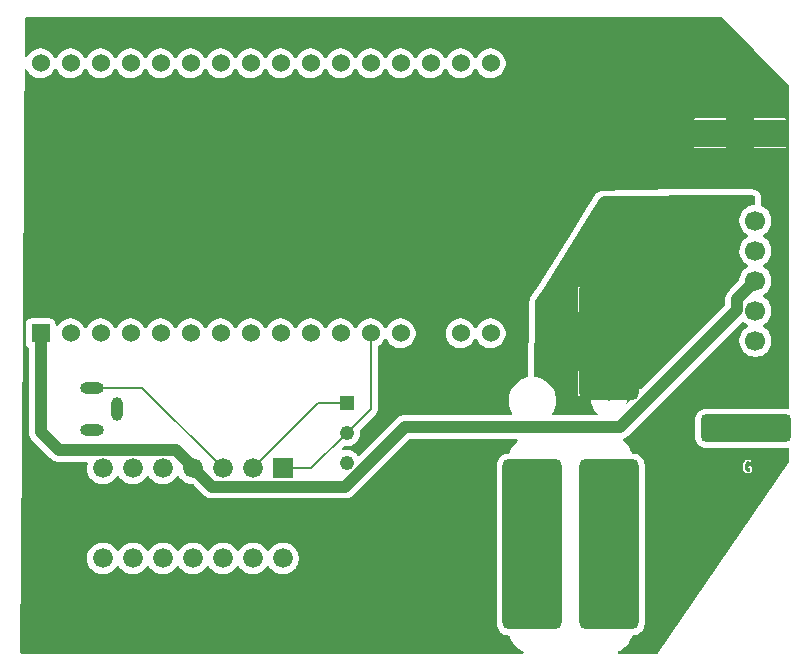
<source format=gbr>
%TF.GenerationSoftware,KiCad,Pcbnew,9.0.6*%
%TF.CreationDate,2025-12-02T12:48:07-05:00*%
%TF.ProjectId,ControlBoard,436f6e74-726f-46c4-926f-6172642e6b69,rev?*%
%TF.SameCoordinates,Original*%
%TF.FileFunction,Copper,L1,Top*%
%TF.FilePolarity,Positive*%
%FSLAX46Y46*%
G04 Gerber Fmt 4.6, Leading zero omitted, Abs format (unit mm)*
G04 Created by KiCad (PCBNEW 9.0.6) date 2025-12-02 12:48:07*
%MOMM*%
%LPD*%
G01*
G04 APERTURE LIST*
G04 Aperture macros list*
%AMRoundRect*
0 Rectangle with rounded corners*
0 $1 Rounding radius*
0 $2 $3 $4 $5 $6 $7 $8 $9 X,Y pos of 4 corners*
0 Add a 4 corners polygon primitive as box body*
4,1,4,$2,$3,$4,$5,$6,$7,$8,$9,$2,$3,0*
0 Add four circle primitives for the rounded corners*
1,1,$1+$1,$2,$3*
1,1,$1+$1,$4,$5*
1,1,$1+$1,$6,$7*
1,1,$1+$1,$8,$9*
0 Add four rect primitives between the rounded corners*
20,1,$1+$1,$2,$3,$4,$5,0*
20,1,$1+$1,$4,$5,$6,$7,0*
20,1,$1+$1,$6,$7,$8,$9,0*
20,1,$1+$1,$8,$9,$2,$3,0*%
G04 Aperture macros list end*
%ADD10C,0.150000*%
%TA.AperFunction,ComponentPad*%
%ADD11RoundRect,0.345000X-0.805000X3.455000X-0.805000X-3.455000X0.805000X-3.455000X0.805000X3.455000X0*%
%TD*%
%TA.AperFunction,ComponentPad*%
%ADD12RoundRect,0.345000X0.805000X-3.455000X0.805000X3.455000X-0.805000X3.455000X-0.805000X-3.455000X0*%
%TD*%
%TA.AperFunction,ComponentPad*%
%ADD13RoundRect,0.500000X-2.000000X4.500000X-2.000000X-4.500000X2.000000X-4.500000X2.000000X4.500000X0*%
%TD*%
%TA.AperFunction,ComponentPad*%
%ADD14RoundRect,0.500000X2.000000X-4.500000X2.000000X4.500000X-2.000000X4.500000X-2.000000X-4.500000X0*%
%TD*%
%TA.AperFunction,ComponentPad*%
%ADD15R,7.600000X2.300000*%
%TD*%
%TA.AperFunction,ComponentPad*%
%ADD16C,1.700000*%
%TD*%
%TA.AperFunction,ComponentPad*%
%ADD17RoundRect,0.345000X-3.455000X-0.805000X3.455000X-0.805000X3.455000X0.805000X-3.455000X0.805000X0*%
%TD*%
%TA.AperFunction,ComponentPad*%
%ADD18RoundRect,0.345000X3.455000X0.805000X-3.455000X0.805000X-3.455000X-0.805000X3.455000X-0.805000X0*%
%TD*%
%TA.AperFunction,ComponentPad*%
%ADD19R,1.217000X1.217000*%
%TD*%
%TA.AperFunction,ComponentPad*%
%ADD20C,1.217000*%
%TD*%
%TA.AperFunction,ComponentPad*%
%ADD21O,1.008000X2.016000*%
%TD*%
%TA.AperFunction,ComponentPad*%
%ADD22O,2.016000X1.008000*%
%TD*%
%TA.AperFunction,ComponentPad*%
%ADD23R,1.676400X1.676400*%
%TD*%
%TA.AperFunction,ComponentPad*%
%ADD24C,1.676400*%
%TD*%
%TA.AperFunction,ComponentPad*%
%ADD25R,1.524000X1.524000*%
%TD*%
%TA.AperFunction,ComponentPad*%
%ADD26C,1.524000*%
%TD*%
%TA.AperFunction,Conductor*%
%ADD27C,0.200000*%
%TD*%
%TA.AperFunction,Conductor*%
%ADD28C,1.000000*%
%TD*%
G04 APERTURE END LIST*
D10*
G36*
X174534318Y-114145930D02*
G01*
X173543049Y-114145930D01*
X173543049Y-113388390D01*
X173654160Y-113388390D01*
X173654160Y-113531247D01*
X173654411Y-113533800D01*
X173654249Y-113534893D01*
X173655058Y-113540366D01*
X173655601Y-113545879D01*
X173656023Y-113546900D01*
X173656399Y-113549437D01*
X173704018Y-113739913D01*
X173704403Y-113740992D01*
X173704442Y-113741532D01*
X173706769Y-113747613D01*
X173708965Y-113753759D01*
X173709287Y-113754194D01*
X173709697Y-113755264D01*
X173757316Y-113850502D01*
X173761279Y-113856798D01*
X173762037Y-113858628D01*
X173763726Y-113860686D01*
X173765148Y-113862945D01*
X173766646Y-113864244D01*
X173771365Y-113869994D01*
X173866603Y-113965233D01*
X173877968Y-113974561D01*
X173880458Y-113975592D01*
X173882493Y-113977357D01*
X173895919Y-113983351D01*
X174038775Y-114030970D01*
X174046030Y-114032619D01*
X174047861Y-114033378D01*
X174050514Y-114033639D01*
X174053112Y-114034230D01*
X174055086Y-114034089D01*
X174062493Y-114034819D01*
X174157731Y-114034819D01*
X174165136Y-114034089D01*
X174167111Y-114034230D01*
X174169708Y-114033639D01*
X174172363Y-114033378D01*
X174174194Y-114032619D01*
X174181448Y-114030970D01*
X174324305Y-113983351D01*
X174337730Y-113977357D01*
X174339765Y-113975591D01*
X174342256Y-113974560D01*
X174353622Y-113965232D01*
X174401240Y-113917613D01*
X174410568Y-113906247D01*
X174417849Y-113888668D01*
X174421766Y-113879212D01*
X174423207Y-113864580D01*
X174423207Y-113531247D01*
X174421766Y-113516615D01*
X174410567Y-113489579D01*
X174389875Y-113468887D01*
X174362839Y-113457688D01*
X174348207Y-113456247D01*
X174157731Y-113456247D01*
X174143099Y-113457688D01*
X174116063Y-113468887D01*
X174095371Y-113489579D01*
X174084172Y-113516615D01*
X174084172Y-113545879D01*
X174095371Y-113572915D01*
X174116063Y-113593607D01*
X174143099Y-113604806D01*
X174157731Y-113606247D01*
X174273207Y-113606247D01*
X174273207Y-113833514D01*
X174260074Y-113846647D01*
X174145561Y-113884819D01*
X174074663Y-113884819D01*
X173960150Y-113846648D01*
X173886037Y-113772534D01*
X173847543Y-113695547D01*
X173804160Y-113522013D01*
X173804160Y-113397624D01*
X173847543Y-113224090D01*
X173886037Y-113147103D01*
X173960150Y-113072990D01*
X174074663Y-113034819D01*
X174187645Y-113034819D01*
X174267047Y-113074520D01*
X174280778Y-113079775D01*
X174309968Y-113081849D01*
X174337730Y-113072595D01*
X174359837Y-113053422D01*
X174372925Y-113027247D01*
X174374999Y-112998057D01*
X174365745Y-112970296D01*
X174346572Y-112948188D01*
X174334129Y-112940356D01*
X174238891Y-112892737D01*
X174225159Y-112887482D01*
X174222471Y-112887291D01*
X174219982Y-112886260D01*
X174205350Y-112884819D01*
X174062493Y-112884819D01*
X174055086Y-112885548D01*
X174053112Y-112885408D01*
X174050514Y-112885998D01*
X174047861Y-112886260D01*
X174046030Y-112887018D01*
X174038775Y-112888668D01*
X173895919Y-112936287D01*
X173882493Y-112942281D01*
X173880458Y-112944045D01*
X173877968Y-112945077D01*
X173866603Y-112954405D01*
X173771365Y-113049643D01*
X173766646Y-113055392D01*
X173765148Y-113056692D01*
X173763726Y-113058951D01*
X173762038Y-113061008D01*
X173761280Y-113062835D01*
X173757316Y-113069135D01*
X173709697Y-113164373D01*
X173709287Y-113165442D01*
X173708965Y-113165878D01*
X173706769Y-113172023D01*
X173704442Y-113178105D01*
X173704403Y-113178644D01*
X173704018Y-113179724D01*
X173656399Y-113370200D01*
X173656023Y-113372736D01*
X173655601Y-113373758D01*
X173655058Y-113379270D01*
X173654249Y-113384744D01*
X173654411Y-113385836D01*
X173654160Y-113388390D01*
X173543049Y-113388390D01*
X173543049Y-112773708D01*
X174534318Y-112773708D01*
X174534318Y-114145930D01*
G37*
D11*
%TO.P,U2,2,2*%
%TO.N,+5V*%
X166730000Y-79920000D03*
D12*
X166730000Y-79920000D03*
D11*
%TO.P,U2,1,1*%
%TO.N,Net-(B1-+Vout)*%
X166730000Y-95820000D03*
D12*
X166730000Y-95820000D03*
%TD*%
D13*
%TO.P,B1,1,+Vin*%
%TO.N,/USBC+*%
X155830000Y-117860000D03*
%TO.P,B1,2,-Vin*%
%TO.N,/USBC-*%
X162330000Y-117860000D03*
D14*
%TO.P,B1,3,+Vout*%
%TO.N,Net-(B1-+Vout)*%
X162330000Y-102860000D03*
%TD*%
%TO.P,J1,1,Pin_1*%
%TO.N,/USBC+*%
X155830000Y-122255000D03*
%TO.P,J1,2,Pin_2*%
%TO.N,/USBC-*%
X162330000Y-122255000D03*
%TD*%
D15*
%TO.P,J3,1,Pin_1*%
%TO.N,+5V*%
X173420000Y-85240000D03*
X173420000Y-85240000D03*
D16*
%TO.P,J3,2,Pin_2*%
%TO.N,unconnected-(J3-Pin_2-Pad2)*%
X174720000Y-92660000D03*
%TO.P,J3,3,Pin_3*%
%TO.N,/nShoutRecive*%
X174720000Y-95200000D03*
%TO.P,J3,4,Pin_4*%
%TO.N,+3.3V*%
X174720000Y-97740000D03*
%TO.P,J3,5,Pin_5*%
%TO.N,/ESP32_UART_TX*%
X174720000Y-100280000D03*
%TO.P,J3,6,Pin_6*%
%TO.N,/ESP32_UART_RX*%
X174720000Y-102820000D03*
D17*
%TO.P,J3,7,Pin_7*%
%TO.N,GND*%
X173920000Y-110240000D03*
D18*
X173920000Y-110240000D03*
%TD*%
D19*
%TO.P,RV1,1,1*%
%TO.N,Net-(U1-NEG1)*%
X140125000Y-108080000D03*
D20*
%TO.P,RV1,2,2*%
%TO.N,/To ESP32 ADC*%
X140125000Y-110620000D03*
%TO.P,RV1,3,3*%
%TO.N,GND*%
X140125000Y-113160000D03*
%TD*%
D21*
%TO.P,J4,1*%
%TO.N,+1.65V*%
X120680000Y-108590000D03*
D22*
%TO.P,J4,2*%
%TO.N,unconnected-(J4-Pad2)*%
X118580000Y-110390000D03*
%TO.P,J4,3*%
%TO.N,Net-(U1-POS1)*%
X118580000Y-106790000D03*
%TD*%
D23*
%TO.P,U1,1,OUT1*%
%TO.N,/To ESP32 ADC*%
X134715000Y-113615000D03*
D24*
%TO.P,U1,2,NEG1*%
%TO.N,Net-(U1-NEG1)*%
X132175000Y-113615000D03*
%TO.P,U1,3,POS1*%
%TO.N,Net-(U1-POS1)*%
X129635000Y-113615000D03*
%TO.P,U1,4,V+*%
%TO.N,+3.3V*%
X127095000Y-113615000D03*
%TO.P,U1,5,POS2*%
%TO.N,unconnected-(U1-POS2-Pad5)*%
X124555000Y-113615000D03*
%TO.P,U1,6,NEG2*%
%TO.N,unconnected-(U1-NEG2-Pad6)*%
X122015000Y-113615000D03*
%TO.P,U1,7,OUT2*%
%TO.N,unconnected-(U1-OUT2-Pad7)*%
X119475000Y-113615000D03*
%TO.P,U1,8,OUT3*%
%TO.N,unconnected-(U1-OUT3-Pad8)*%
X119475000Y-121235000D03*
%TO.P,U1,9,NEG3*%
%TO.N,unconnected-(U1-NEG3-Pad9)*%
X122015000Y-121235000D03*
%TO.P,U1,10,POS3*%
%TO.N,unconnected-(U1-POS3-Pad10)*%
X124555000Y-121235000D03*
%TO.P,U1,11,V-*%
%TO.N,GND*%
X127095000Y-121235000D03*
%TO.P,U1,12,POS4*%
%TO.N,unconnected-(U1-POS4-Pad12)*%
X129635000Y-121235000D03*
%TO.P,U1,13,NEG4*%
%TO.N,unconnected-(U1-NEG4-Pad13)*%
X132175000Y-121235000D03*
%TO.P,U1,14,OUT4*%
%TO.N,unconnected-(U1-OUT4-Pad14)*%
X134715000Y-121235000D03*
%TD*%
D25*
%TO.P,U3,J1_1,ESP_3V3*%
%TO.N,+3.3V*%
X114200000Y-102185000D03*
D26*
%TO.P,U3,J1_2,CHIP_PU*%
%TO.N,unconnected-(U3-CHIP_PU-PadJ1_2)*%
X116740000Y-102185000D03*
%TO.P,U3,J1_3,GPIO4*%
%TO.N,unconnected-(U3-GPIO4-PadJ1_3)*%
X119280000Y-102185000D03*
%TO.P,U3,J1_4,GPIO5*%
%TO.N,unconnected-(U3-GPIO5-PadJ1_4)*%
X121820000Y-102185000D03*
%TO.P,U3,J1_5,GPIO6*%
%TO.N,unconnected-(U3-GPIO6-PadJ1_5)*%
X124360000Y-102185000D03*
%TO.P,U3,J1_6,GPIO7*%
%TO.N,unconnected-(U3-GPIO7-PadJ1_6)*%
X126900000Y-102185000D03*
%TO.P,U3,J1_7,GPIO0*%
%TO.N,unconnected-(U3-GPIO0-PadJ1_7)*%
X129440000Y-102185000D03*
%TO.P,U3,J1_8,GPIO1*%
%TO.N,unconnected-(U3-GPIO1-PadJ1_8)*%
X131980000Y-102185000D03*
%TO.P,U3,J1_9,GPIO8*%
%TO.N,unconnected-(U3-GPIO8-PadJ1_9)*%
X134520000Y-102185000D03*
%TO.P,U3,J1_10,GPIO10*%
%TO.N,unconnected-(U3-GPIO10-PadJ1_10)*%
X137060000Y-102185000D03*
%TO.P,U3,J1_11,GPIO11*%
%TO.N,unconnected-(U3-GPIO11-PadJ1_11)*%
X139600000Y-102185000D03*
%TO.P,U3,J1_12,GPIO2*%
%TO.N,/To ESP32 ADC*%
X142140000Y-102185000D03*
%TO.P,U3,J1_13,GPIO3*%
%TO.N,unconnected-(U3-GPIO3-PadJ1_13)*%
X144680000Y-102185000D03*
%TO.P,U3,J1_14,VCC_5V*%
%TO.N,+5V*%
X147220000Y-102185000D03*
%TO.P,U3,J1_15,GND_J1_15*%
%TO.N,GND*%
X149760000Y-102185000D03*
%TO.P,U3,J1_16,NC_J1_16*%
%TO.N,unconnected-(U3-NC_J1_16-PadJ1_16)*%
X152300000Y-102185000D03*
%TO.P,U3,J3_1,GND_J3_1*%
%TO.N,GND*%
X114200000Y-79325000D03*
%TO.P,U3,J3_2,UART_TXD*%
%TO.N,/ESP32_UART_TX*%
X116740000Y-79325000D03*
%TO.P,U3,J3_3,UART_RXD*%
%TO.N,/ESP32_UART_RX*%
X119280000Y-79325000D03*
%TO.P,U3,J3_4,GPIO15*%
%TO.N,/nShoutRecive*%
X121820000Y-79325000D03*
%TO.P,U3,J3_5,GPIO23*%
%TO.N,unconnected-(U3-GPIO23-PadJ3_5)*%
X124360000Y-79325000D03*
%TO.P,U3,J3_6,GPIO22*%
%TO.N,unconnected-(U3-GPIO22-PadJ3_6)*%
X126900000Y-79325000D03*
%TO.P,U3,J3_7,GPIO21*%
%TO.N,unconnected-(U3-GPIO21-PadJ3_7)*%
X129440000Y-79325000D03*
%TO.P,U3,J3_8,GPIO20*%
%TO.N,unconnected-(U3-GPIO20-PadJ3_8)*%
X131980000Y-79325000D03*
%TO.P,U3,J3_9,GPIO19*%
%TO.N,unconnected-(U3-GPIO19-PadJ3_9)*%
X134520000Y-79325000D03*
%TO.P,U3,J3_10,GPIO18*%
%TO.N,unconnected-(U3-GPIO18-PadJ3_10)*%
X137060000Y-79325000D03*
%TO.P,U3,J3_11,GPIO9*%
%TO.N,unconnected-(U3-GPIO9-PadJ3_11)*%
X139600000Y-79325000D03*
%TO.P,U3,J3_12,GND_J3_12*%
%TO.N,GND*%
X142140000Y-79325000D03*
%TO.P,U3,J3_13,GPIO13*%
%TO.N,unconnected-(U3-GPIO13-PadJ3_13)*%
X144680000Y-79325000D03*
%TO.P,U3,J3_14,GPIO12*%
%TO.N,unconnected-(U3-GPIO12-PadJ3_14)*%
X147220000Y-79325000D03*
%TO.P,U3,J3_15,GND_J3_15*%
%TO.N,GND*%
X149760000Y-79325000D03*
%TO.P,U3,J3_16,NC_J3_16*%
%TO.N,unconnected-(U3-NC_J3_16-PadJ3_16)*%
X152300000Y-79325000D03*
%TD*%
D27*
%TO.N,Net-(U1-POS1)*%
X118580000Y-106790000D02*
X122810000Y-106790000D01*
X122810000Y-106790000D02*
X129635000Y-113615000D01*
D28*
%TO.N,+5V*%
X171120000Y-85240000D02*
X161580000Y-85240000D01*
X161580000Y-85240000D02*
X151860000Y-94960000D01*
X151860000Y-94960000D02*
X151860000Y-95020000D01*
X147220000Y-99660000D02*
X147220000Y-102185000D01*
X151860000Y-95020000D02*
X147220000Y-99660000D01*
D27*
%TO.N,Net-(B1-+Vout)*%
X166730000Y-98120000D02*
X162330000Y-102520000D01*
X162330000Y-102520000D02*
X162330000Y-107860000D01*
D28*
%TO.N,+3.3V*%
X114200000Y-102185000D02*
X114200000Y-110510000D01*
X128744073Y-115154200D02*
X139982713Y-115154200D01*
X114200000Y-110510000D02*
X115760000Y-112070000D01*
X115760000Y-112070000D02*
X125659873Y-112070000D01*
X173169000Y-99291000D02*
X174720000Y-97740000D01*
X125659873Y-112070000D02*
X128744073Y-115154200D01*
X139982713Y-115154200D02*
X145025913Y-110111000D01*
X145025913Y-110111000D02*
X163284744Y-110111000D01*
X163284744Y-110111000D02*
X173169000Y-100226744D01*
X173169000Y-100226744D02*
X173169000Y-99291000D01*
D27*
%TO.N,/To ESP32 ADC*%
X140125000Y-110620000D02*
X142140000Y-108605000D01*
X142140000Y-108605000D02*
X142140000Y-102185000D01*
X134715000Y-113615000D02*
X137130000Y-113615000D01*
X137130000Y-113615000D02*
X140125000Y-110620000D01*
%TO.N,Net-(U1-NEG1)*%
X140125000Y-108080000D02*
X137710000Y-108080000D01*
X137710000Y-108080000D02*
X132175000Y-113615000D01*
%TD*%
%TA.AperFunction,Conductor*%
%TO.N,+5V*%
G36*
X171849632Y-75410185D02*
G01*
X171870948Y-75427497D01*
X177324640Y-80966071D01*
X177553856Y-81198854D01*
X177586866Y-81260434D01*
X177589500Y-81285856D01*
X177589500Y-108466366D01*
X177569815Y-108533405D01*
X177517011Y-108579160D01*
X177457112Y-108590082D01*
X177448528Y-108589500D01*
X177448526Y-108589500D01*
X170391474Y-108589500D01*
X170382892Y-108590082D01*
X170350179Y-108592300D01*
X170171712Y-108636684D01*
X170171710Y-108636685D01*
X170006959Y-108718393D01*
X170006955Y-108718395D01*
X170006955Y-108718396D01*
X169916323Y-108791249D01*
X169863616Y-108833616D01*
X169748393Y-108976959D01*
X169666685Y-109141710D01*
X169666684Y-109141712D01*
X169622300Y-109320179D01*
X169620705Y-109343703D01*
X169619500Y-109361474D01*
X169619500Y-111118526D01*
X169620700Y-111136221D01*
X169622300Y-111159820D01*
X169666684Y-111338287D01*
X169666685Y-111338289D01*
X169748393Y-111503040D01*
X169748394Y-111503041D01*
X169748396Y-111503045D01*
X169863616Y-111646384D01*
X170006955Y-111761604D01*
X170171713Y-111843316D01*
X170350180Y-111887699D01*
X170350181Y-111887699D01*
X170350184Y-111887700D01*
X170391474Y-111890500D01*
X170391476Y-111890500D01*
X177448528Y-111890500D01*
X177450347Y-111890376D01*
X177457102Y-111889918D01*
X177525320Y-111905016D01*
X177574546Y-111954600D01*
X177589500Y-112013633D01*
X177589500Y-113036396D01*
X177569815Y-113103435D01*
X177567755Y-113106538D01*
X166483330Y-129265642D01*
X166429175Y-129309791D01*
X166381075Y-129319500D01*
X163196804Y-129319500D01*
X163129765Y-129299815D01*
X163084010Y-129247011D01*
X163074066Y-129177853D01*
X163103091Y-129114297D01*
X163149351Y-129080939D01*
X163216690Y-129053046D01*
X163216691Y-129053045D01*
X163216697Y-129053043D01*
X163443803Y-128921924D01*
X163651851Y-128762282D01*
X163651855Y-128762277D01*
X163651860Y-128762274D01*
X163837274Y-128576860D01*
X163837277Y-128576855D01*
X163837282Y-128576851D01*
X163996924Y-128368803D01*
X164128043Y-128141697D01*
X164228398Y-127899419D01*
X164242335Y-127847403D01*
X164278701Y-127787744D01*
X164341548Y-127757216D01*
X164362110Y-127755499D01*
X164388028Y-127755499D01*
X164388036Y-127755499D01*
X164507418Y-127744886D01*
X164703049Y-127688909D01*
X164883407Y-127594698D01*
X165041109Y-127466109D01*
X165169698Y-127308407D01*
X165263909Y-127128049D01*
X165319886Y-126932418D01*
X165330500Y-126813037D01*
X165330500Y-122253591D01*
X165330499Y-114040675D01*
X173647835Y-114040675D01*
X174428207Y-114040675D01*
X174428207Y-112878963D01*
X173647835Y-112878963D01*
X173647835Y-114040675D01*
X165330499Y-114040675D01*
X165330499Y-113301964D01*
X165319886Y-113182582D01*
X165263909Y-112986951D01*
X165169698Y-112806593D01*
X165132812Y-112761356D01*
X165041109Y-112648890D01*
X164883409Y-112520304D01*
X164883410Y-112520304D01*
X164883407Y-112520302D01*
X164703049Y-112426091D01*
X164703048Y-112426090D01*
X164703045Y-112426089D01*
X164585829Y-112392550D01*
X164507418Y-112370114D01*
X164507415Y-112370113D01*
X164507413Y-112370113D01*
X164434631Y-112363642D01*
X164388037Y-112359500D01*
X164388033Y-112359500D01*
X164362109Y-112359500D01*
X164295070Y-112339815D01*
X164249315Y-112287011D01*
X164242334Y-112267593D01*
X164228398Y-112215581D01*
X164223523Y-112203811D01*
X164128046Y-111973309D01*
X164128041Y-111973299D01*
X163996924Y-111746196D01*
X163837281Y-111538148D01*
X163837274Y-111538140D01*
X163651860Y-111352726D01*
X163651855Y-111352722D01*
X163651851Y-111352718D01*
X163559155Y-111281589D01*
X163555576Y-111276688D01*
X163550150Y-111273972D01*
X163535216Y-111248804D01*
X163517955Y-111225164D01*
X163517594Y-111219105D01*
X163514496Y-111213884D01*
X163515540Y-111184631D01*
X163513800Y-111155417D01*
X163516772Y-111150124D01*
X163516989Y-111144059D01*
X163533680Y-111120017D01*
X163548013Y-111094497D01*
X163554259Y-111090376D01*
X163556836Y-111086666D01*
X163587190Y-111068656D01*
X163642591Y-111045708D01*
X163758658Y-110997632D01*
X163922526Y-110888139D01*
X164061883Y-110748782D01*
X164061884Y-110748779D01*
X164068950Y-110741714D01*
X164068953Y-110741710D01*
X173582704Y-101227958D01*
X173644025Y-101194475D01*
X173713717Y-101199459D01*
X173758064Y-101227960D01*
X173840213Y-101310109D01*
X174012182Y-101435050D01*
X174020946Y-101439516D01*
X174071742Y-101487491D01*
X174088536Y-101555312D01*
X174065998Y-101621447D01*
X174020946Y-101660484D01*
X174012182Y-101664949D01*
X173840213Y-101789890D01*
X173689890Y-101940213D01*
X173564951Y-102112179D01*
X173468444Y-102301585D01*
X173402753Y-102503760D01*
X173369500Y-102713713D01*
X173369500Y-102926286D01*
X173380363Y-102994876D01*
X173402754Y-103136243D01*
X173457486Y-103304691D01*
X173468444Y-103338414D01*
X173564951Y-103527820D01*
X173689890Y-103699786D01*
X173840213Y-103850109D01*
X174012179Y-103975048D01*
X174012181Y-103975049D01*
X174012184Y-103975051D01*
X174201588Y-104071557D01*
X174403757Y-104137246D01*
X174613713Y-104170500D01*
X174613714Y-104170500D01*
X174826286Y-104170500D01*
X174826287Y-104170500D01*
X175036243Y-104137246D01*
X175238412Y-104071557D01*
X175427816Y-103975051D01*
X175449789Y-103959086D01*
X175599786Y-103850109D01*
X175599788Y-103850106D01*
X175599792Y-103850104D01*
X175750104Y-103699792D01*
X175750106Y-103699788D01*
X175750109Y-103699786D01*
X175875048Y-103527820D01*
X175875047Y-103527820D01*
X175875051Y-103527816D01*
X175971557Y-103338412D01*
X176037246Y-103136243D01*
X176070500Y-102926287D01*
X176070500Y-102713713D01*
X176037246Y-102503757D01*
X175971557Y-102301588D01*
X175875051Y-102112184D01*
X175875049Y-102112181D01*
X175875048Y-102112179D01*
X175750109Y-101940213D01*
X175599786Y-101789890D01*
X175427820Y-101664951D01*
X175427115Y-101664591D01*
X175419054Y-101660485D01*
X175368259Y-101612512D01*
X175351463Y-101544692D01*
X175373999Y-101478556D01*
X175419054Y-101439515D01*
X175427816Y-101435051D01*
X175457063Y-101413802D01*
X175599786Y-101310109D01*
X175599788Y-101310106D01*
X175599792Y-101310104D01*
X175750104Y-101159792D01*
X175750106Y-101159788D01*
X175750109Y-101159786D01*
X175875048Y-100987820D01*
X175875047Y-100987820D01*
X175875051Y-100987816D01*
X175971557Y-100798412D01*
X176037246Y-100596243D01*
X176070500Y-100386287D01*
X176070500Y-100173713D01*
X176037246Y-99963757D01*
X175971557Y-99761588D01*
X175875051Y-99572184D01*
X175875049Y-99572181D01*
X175875048Y-99572179D01*
X175750109Y-99400213D01*
X175599786Y-99249890D01*
X175427820Y-99124951D01*
X175427115Y-99124591D01*
X175419054Y-99120485D01*
X175368259Y-99072512D01*
X175351463Y-99004692D01*
X175373999Y-98938556D01*
X175419054Y-98899515D01*
X175427816Y-98895051D01*
X175449789Y-98879086D01*
X175599786Y-98770109D01*
X175599788Y-98770106D01*
X175599792Y-98770104D01*
X175750104Y-98619792D01*
X175750106Y-98619788D01*
X175750109Y-98619786D01*
X175875048Y-98447820D01*
X175875047Y-98447820D01*
X175875051Y-98447816D01*
X175971557Y-98258412D01*
X176037246Y-98056243D01*
X176070500Y-97846287D01*
X176070500Y-97633713D01*
X176037246Y-97423757D01*
X175971557Y-97221588D01*
X175875051Y-97032184D01*
X175875049Y-97032181D01*
X175875048Y-97032179D01*
X175750109Y-96860213D01*
X175599786Y-96709890D01*
X175427820Y-96584951D01*
X175427115Y-96584591D01*
X175419054Y-96580485D01*
X175368259Y-96532512D01*
X175351463Y-96464692D01*
X175373999Y-96398556D01*
X175419054Y-96359515D01*
X175427816Y-96355051D01*
X175449789Y-96339086D01*
X175599786Y-96230109D01*
X175599788Y-96230106D01*
X175599792Y-96230104D01*
X175750104Y-96079792D01*
X175750106Y-96079788D01*
X175750109Y-96079786D01*
X175875048Y-95907820D01*
X175875047Y-95907820D01*
X175875051Y-95907816D01*
X175971557Y-95718412D01*
X176037246Y-95516243D01*
X176070500Y-95306287D01*
X176070500Y-95093713D01*
X176037246Y-94883757D01*
X175971557Y-94681588D01*
X175875051Y-94492184D01*
X175875049Y-94492181D01*
X175875048Y-94492179D01*
X175750109Y-94320213D01*
X175599786Y-94169890D01*
X175427820Y-94044951D01*
X175427115Y-94044591D01*
X175419054Y-94040485D01*
X175368259Y-93992512D01*
X175351463Y-93924692D01*
X175373999Y-93858556D01*
X175419054Y-93819515D01*
X175427816Y-93815051D01*
X175449789Y-93799086D01*
X175599786Y-93690109D01*
X175599788Y-93690106D01*
X175599792Y-93690104D01*
X175750104Y-93539792D01*
X175750106Y-93539788D01*
X175750109Y-93539786D01*
X175875048Y-93367820D01*
X175875047Y-93367820D01*
X175875051Y-93367816D01*
X175971557Y-93178412D01*
X176037246Y-92976243D01*
X176070500Y-92766287D01*
X176070500Y-92553713D01*
X176037246Y-92343757D01*
X175971557Y-92141588D01*
X175875051Y-91952184D01*
X175875049Y-91952181D01*
X175875048Y-91952179D01*
X175750109Y-91780213D01*
X175599786Y-91629890D01*
X175427819Y-91504951D01*
X175427818Y-91504950D01*
X175427816Y-91504949D01*
X175365946Y-91473424D01*
X175275756Y-91427470D01*
X175224960Y-91379495D01*
X175208165Y-91311674D01*
X175209311Y-91299357D01*
X175225500Y-91186760D01*
X175225500Y-90802210D01*
X175223065Y-90752654D01*
X175220682Y-90728463D01*
X175213404Y-90679400D01*
X175197763Y-90600768D01*
X175169001Y-90505949D01*
X175150487Y-90461250D01*
X175141664Y-90444744D01*
X175103775Y-90373857D01*
X175103774Y-90373855D01*
X175103769Y-90373846D01*
X175066139Y-90317529D01*
X175066136Y-90317524D01*
X175066129Y-90317515D01*
X175021904Y-90260586D01*
X175021886Y-90260564D01*
X174998321Y-90234329D01*
X174998312Y-90234320D01*
X174946428Y-90184253D01*
X174946425Y-90184251D01*
X174934324Y-90176775D01*
X174920830Y-90167135D01*
X174892476Y-90143865D01*
X174892466Y-90143857D01*
X174848496Y-90114478D01*
X174836151Y-90106229D01*
X174836148Y-90106227D01*
X174836146Y-90106226D01*
X174748751Y-90059512D01*
X174748748Y-90059511D01*
X174704071Y-90041005D01*
X174704068Y-90041004D01*
X174704063Y-90041002D01*
X174667416Y-90029885D01*
X174609234Y-90012236D01*
X174530580Y-89996592D01*
X174481513Y-89989314D01*
X174457329Y-89986933D01*
X174439073Y-89986036D01*
X174407789Y-89984500D01*
X169212364Y-89984500D01*
X169211833Y-89984500D01*
X169210762Y-89984502D01*
X169210761Y-89984501D01*
X169208969Y-89984507D01*
X169206314Y-89984521D01*
X169205918Y-89984524D01*
X169204491Y-89984538D01*
X169204216Y-89984541D01*
X169204128Y-89984541D01*
X169202270Y-89984562D01*
X169202227Y-89984563D01*
X169200955Y-89984578D01*
X169200447Y-89984585D01*
X163742662Y-90063996D01*
X161816380Y-90092024D01*
X161804387Y-90092698D01*
X161774390Y-90094384D01*
X161753920Y-90096392D01*
X161712346Y-90102220D01*
X161645294Y-90114478D01*
X161645284Y-90114481D01*
X161564250Y-90136381D01*
X161564239Y-90136384D01*
X161525652Y-90150343D01*
X161449345Y-90185361D01*
X161399080Y-90213701D01*
X161399074Y-90213705D01*
X161329638Y-90260853D01*
X161329622Y-90260865D01*
X161297706Y-90286657D01*
X161297702Y-90286660D01*
X161237012Y-90344667D01*
X161191825Y-90395683D01*
X161165295Y-90428269D01*
X161152984Y-90444744D01*
X161129249Y-90479423D01*
X160151710Y-92043488D01*
X159237786Y-93505767D01*
X156395918Y-98052755D01*
X156395917Y-98052754D01*
X156362786Y-98105766D01*
X156362786Y-98105767D01*
X155670409Y-99213568D01*
X155653114Y-99243468D01*
X155645151Y-99258388D01*
X155629942Y-99289389D01*
X155606914Y-99340693D01*
X155583014Y-99405448D01*
X155573505Y-99437877D01*
X155558644Y-99505312D01*
X155558644Y-99505315D01*
X155550322Y-99560932D01*
X155546381Y-99595243D01*
X155545026Y-99612111D01*
X155543437Y-99646628D01*
X155535552Y-100312709D01*
X155471224Y-105745347D01*
X155471224Y-105745353D01*
X155473569Y-105781101D01*
X155458314Y-105849285D01*
X155408617Y-105898398D01*
X155381929Y-105908990D01*
X155185581Y-105961602D01*
X155185579Y-105961602D01*
X155185578Y-105961603D01*
X155185571Y-105961605D01*
X154943309Y-106061953D01*
X154943299Y-106061958D01*
X154716196Y-106193075D01*
X154508148Y-106352718D01*
X154322718Y-106538148D01*
X154163075Y-106746196D01*
X154031958Y-106973299D01*
X154031953Y-106973309D01*
X153931605Y-107215571D01*
X153931602Y-107215581D01*
X153868969Y-107449334D01*
X153863730Y-107468885D01*
X153829500Y-107728872D01*
X153829500Y-107991127D01*
X153855307Y-108187137D01*
X153863730Y-108251116D01*
X153931602Y-108504418D01*
X153931605Y-108504428D01*
X154031953Y-108746690D01*
X154031958Y-108746700D01*
X154134611Y-108924500D01*
X154151084Y-108992400D01*
X154128231Y-109058427D01*
X154073310Y-109101618D01*
X154027224Y-109110500D01*
X144927368Y-109110500D01*
X144834504Y-109128972D01*
X144834499Y-109128973D01*
X144830725Y-109129724D01*
X144734077Y-109148949D01*
X144697939Y-109163918D01*
X144690243Y-109167105D01*
X144690234Y-109167108D01*
X144552005Y-109224364D01*
X144551992Y-109224371D01*
X144388132Y-109333859D01*
X144336492Y-109385500D01*
X144248774Y-109473218D01*
X144248771Y-109473221D01*
X141205507Y-112516484D01*
X141144184Y-112549969D01*
X141074492Y-112544985D01*
X141018559Y-112503113D01*
X141017508Y-112501688D01*
X140970900Y-112437538D01*
X140970895Y-112437532D01*
X140847467Y-112314104D01*
X140847465Y-112314102D01*
X140706243Y-112211498D01*
X140550708Y-112132250D01*
X140550707Y-112132249D01*
X140550706Y-112132249D01*
X140384693Y-112078308D01*
X140269750Y-112060102D01*
X140212280Y-112051000D01*
X140037720Y-112051000D01*
X139980249Y-112060102D01*
X139865307Y-112078308D01*
X139865303Y-112078309D01*
X139838981Y-112086861D01*
X139832613Y-112087042D01*
X139827024Y-112090095D01*
X139798110Y-112088027D01*
X139769140Y-112088854D01*
X139763686Y-112085565D01*
X139757332Y-112085111D01*
X139734125Y-112067738D01*
X139709308Y-112052772D01*
X139706497Y-112047056D01*
X139701399Y-112043239D01*
X139691269Y-112016081D01*
X139678482Y-111990071D01*
X139679208Y-111983743D01*
X139676982Y-111977775D01*
X139683143Y-111949450D01*
X139686448Y-111920657D01*
X139690819Y-111914164D01*
X139691834Y-111909502D01*
X139712982Y-111881251D01*
X139844144Y-111750089D01*
X139905465Y-111716606D01*
X139951220Y-111715299D01*
X140037720Y-111729000D01*
X140037721Y-111729000D01*
X140212279Y-111729000D01*
X140212280Y-111729000D01*
X140384691Y-111701692D01*
X140384694Y-111701691D01*
X140384695Y-111701691D01*
X140437089Y-111684666D01*
X140550708Y-111647750D01*
X140706243Y-111568502D01*
X140847465Y-111465898D01*
X140970898Y-111342465D01*
X141073502Y-111201243D01*
X141152750Y-111045708D01*
X141191043Y-110927853D01*
X141206691Y-110879695D01*
X141206691Y-110879694D01*
X141206692Y-110879691D01*
X141234000Y-110707280D01*
X141234000Y-110532720D01*
X141220299Y-110446221D01*
X141229253Y-110376929D01*
X141255088Y-110339145D01*
X142498506Y-109095728D01*
X142498511Y-109095724D01*
X142508714Y-109085520D01*
X142508716Y-109085520D01*
X142620520Y-108973716D01*
X142699577Y-108836784D01*
X142740500Y-108684057D01*
X142740500Y-103371730D01*
X142760185Y-103304691D01*
X142797866Y-103267808D01*
X142797752Y-103267651D01*
X142798823Y-103266872D01*
X142799715Y-103266000D01*
X142801690Y-103264789D01*
X142801689Y-103264789D01*
X142801694Y-103264787D01*
X142962464Y-103147981D01*
X143102981Y-103007464D01*
X143219787Y-102846694D01*
X143299515Y-102690218D01*
X143347490Y-102639423D01*
X143415311Y-102622628D01*
X143481446Y-102645165D01*
X143520484Y-102690218D01*
X143600213Y-102846694D01*
X143717019Y-103007464D01*
X143857536Y-103147981D01*
X144018306Y-103264787D01*
X144079500Y-103295967D01*
X144195367Y-103355005D01*
X144195370Y-103355006D01*
X144289866Y-103385709D01*
X144384364Y-103416413D01*
X144580639Y-103447500D01*
X144580640Y-103447500D01*
X144779360Y-103447500D01*
X144779361Y-103447500D01*
X144975636Y-103416413D01*
X145164632Y-103355005D01*
X145341694Y-103264787D01*
X145502464Y-103147981D01*
X145642981Y-103007464D01*
X145759787Y-102846694D01*
X145850005Y-102669632D01*
X145911413Y-102480636D01*
X145942500Y-102284361D01*
X145942500Y-102118120D01*
X146712000Y-102118120D01*
X146712000Y-102251880D01*
X146746619Y-102381081D01*
X146813498Y-102496920D01*
X146908080Y-102591502D01*
X147023919Y-102658381D01*
X147153120Y-102693000D01*
X147286880Y-102693000D01*
X147416081Y-102658381D01*
X147531920Y-102591502D01*
X147626502Y-102496920D01*
X147693381Y-102381081D01*
X147728000Y-102251880D01*
X147728000Y-102118120D01*
X147719297Y-102085639D01*
X148497500Y-102085639D01*
X148497500Y-102284361D01*
X148512819Y-102381081D01*
X148528587Y-102480637D01*
X148589993Y-102669629D01*
X148589994Y-102669632D01*
X148612455Y-102713713D01*
X148680213Y-102846694D01*
X148797019Y-103007464D01*
X148937536Y-103147981D01*
X149098306Y-103264787D01*
X149159500Y-103295967D01*
X149275367Y-103355005D01*
X149275370Y-103355006D01*
X149369866Y-103385709D01*
X149464364Y-103416413D01*
X149660639Y-103447500D01*
X149660640Y-103447500D01*
X149859360Y-103447500D01*
X149859361Y-103447500D01*
X150055636Y-103416413D01*
X150244632Y-103355005D01*
X150421694Y-103264787D01*
X150582464Y-103147981D01*
X150722981Y-103007464D01*
X150839787Y-102846694D01*
X150919515Y-102690218D01*
X150967490Y-102639423D01*
X151035311Y-102622628D01*
X151101446Y-102645165D01*
X151140484Y-102690218D01*
X151220213Y-102846694D01*
X151337019Y-103007464D01*
X151477536Y-103147981D01*
X151638306Y-103264787D01*
X151699500Y-103295967D01*
X151815367Y-103355005D01*
X151815370Y-103355006D01*
X151909866Y-103385709D01*
X152004364Y-103416413D01*
X152200639Y-103447500D01*
X152200640Y-103447500D01*
X152399360Y-103447500D01*
X152399361Y-103447500D01*
X152595636Y-103416413D01*
X152784632Y-103355005D01*
X152961694Y-103264787D01*
X153122464Y-103147981D01*
X153262981Y-103007464D01*
X153379787Y-102846694D01*
X153470005Y-102669632D01*
X153531413Y-102480636D01*
X153562500Y-102284361D01*
X153562500Y-102085639D01*
X153531413Y-101889364D01*
X153470005Y-101700368D01*
X153470005Y-101700367D01*
X153424035Y-101610149D01*
X153379787Y-101523306D01*
X153262981Y-101362536D01*
X153122464Y-101222019D01*
X152961694Y-101105213D01*
X152784632Y-101014994D01*
X152784629Y-101014993D01*
X152595637Y-100953587D01*
X152497498Y-100938043D01*
X152399361Y-100922500D01*
X152200639Y-100922500D01*
X152135214Y-100932862D01*
X152004362Y-100953587D01*
X151815370Y-101014993D01*
X151815367Y-101014994D01*
X151638305Y-101105213D01*
X151477533Y-101222021D01*
X151337021Y-101362533D01*
X151220213Y-101523305D01*
X151140485Y-101679780D01*
X151092510Y-101730576D01*
X151024689Y-101747371D01*
X150958554Y-101724833D01*
X150919515Y-101679780D01*
X150900179Y-101641832D01*
X150839787Y-101523306D01*
X150722981Y-101362536D01*
X150582464Y-101222019D01*
X150421694Y-101105213D01*
X150244632Y-101014994D01*
X150244629Y-101014993D01*
X150055637Y-100953587D01*
X149957498Y-100938043D01*
X149859361Y-100922500D01*
X149660639Y-100922500D01*
X149595214Y-100932862D01*
X149464362Y-100953587D01*
X149275370Y-101014993D01*
X149275367Y-101014994D01*
X149098305Y-101105213D01*
X148937533Y-101222021D01*
X148797021Y-101362533D01*
X148680213Y-101523305D01*
X148589994Y-101700367D01*
X148589993Y-101700370D01*
X148528587Y-101889362D01*
X148528587Y-101889364D01*
X148497500Y-102085639D01*
X147719297Y-102085639D01*
X147693381Y-101988919D01*
X147626502Y-101873080D01*
X147531920Y-101778498D01*
X147416081Y-101711619D01*
X147286880Y-101677000D01*
X147153120Y-101677000D01*
X147023919Y-101711619D01*
X146908080Y-101778498D01*
X146813498Y-101873080D01*
X146746619Y-101988919D01*
X146712000Y-102118120D01*
X145942500Y-102118120D01*
X145942500Y-102085639D01*
X145911413Y-101889364D01*
X145850005Y-101700368D01*
X145850005Y-101700367D01*
X145804035Y-101610149D01*
X145759787Y-101523306D01*
X145642981Y-101362536D01*
X145502464Y-101222019D01*
X145341694Y-101105213D01*
X145164632Y-101014994D01*
X145164629Y-101014993D01*
X144975637Y-100953587D01*
X144877498Y-100938043D01*
X144779361Y-100922500D01*
X144580639Y-100922500D01*
X144515214Y-100932862D01*
X144384362Y-100953587D01*
X144195370Y-101014993D01*
X144195367Y-101014994D01*
X144018305Y-101105213D01*
X143857533Y-101222021D01*
X143717021Y-101362533D01*
X143600213Y-101523305D01*
X143520485Y-101679780D01*
X143472510Y-101730576D01*
X143404689Y-101747371D01*
X143338554Y-101724833D01*
X143299515Y-101679780D01*
X143280179Y-101641832D01*
X143219787Y-101523306D01*
X143102981Y-101362536D01*
X142962464Y-101222019D01*
X142801694Y-101105213D01*
X142624632Y-101014994D01*
X142624629Y-101014993D01*
X142435637Y-100953587D01*
X142337498Y-100938043D01*
X142239361Y-100922500D01*
X142040639Y-100922500D01*
X141975214Y-100932862D01*
X141844362Y-100953587D01*
X141655370Y-101014993D01*
X141655367Y-101014994D01*
X141478305Y-101105213D01*
X141317533Y-101222021D01*
X141177021Y-101362533D01*
X141060213Y-101523305D01*
X140980485Y-101679780D01*
X140932510Y-101730576D01*
X140864689Y-101747371D01*
X140798554Y-101724833D01*
X140759515Y-101679780D01*
X140740179Y-101641832D01*
X140679787Y-101523306D01*
X140562981Y-101362536D01*
X140422464Y-101222019D01*
X140261694Y-101105213D01*
X140084632Y-101014994D01*
X140084629Y-101014993D01*
X139895637Y-100953587D01*
X139797498Y-100938043D01*
X139699361Y-100922500D01*
X139500639Y-100922500D01*
X139435214Y-100932862D01*
X139304362Y-100953587D01*
X139115370Y-101014993D01*
X139115367Y-101014994D01*
X138938305Y-101105213D01*
X138777533Y-101222021D01*
X138637021Y-101362533D01*
X138520213Y-101523305D01*
X138440485Y-101679780D01*
X138392510Y-101730576D01*
X138324689Y-101747371D01*
X138258554Y-101724833D01*
X138219515Y-101679780D01*
X138200179Y-101641832D01*
X138139787Y-101523306D01*
X138022981Y-101362536D01*
X137882464Y-101222019D01*
X137721694Y-101105213D01*
X137544632Y-101014994D01*
X137544629Y-101014993D01*
X137355637Y-100953587D01*
X137257498Y-100938043D01*
X137159361Y-100922500D01*
X136960639Y-100922500D01*
X136895214Y-100932862D01*
X136764362Y-100953587D01*
X136575370Y-101014993D01*
X136575367Y-101014994D01*
X136398305Y-101105213D01*
X136237533Y-101222021D01*
X136097021Y-101362533D01*
X135980213Y-101523305D01*
X135900485Y-101679780D01*
X135852510Y-101730576D01*
X135784689Y-101747371D01*
X135718554Y-101724833D01*
X135679515Y-101679780D01*
X135660179Y-101641832D01*
X135599787Y-101523306D01*
X135482981Y-101362536D01*
X135342464Y-101222019D01*
X135181694Y-101105213D01*
X135004632Y-101014994D01*
X135004629Y-101014993D01*
X134815637Y-100953587D01*
X134717498Y-100938043D01*
X134619361Y-100922500D01*
X134420639Y-100922500D01*
X134355214Y-100932862D01*
X134224362Y-100953587D01*
X134035370Y-101014993D01*
X134035367Y-101014994D01*
X133858305Y-101105213D01*
X133697533Y-101222021D01*
X133557021Y-101362533D01*
X133440213Y-101523305D01*
X133360485Y-101679780D01*
X133312510Y-101730576D01*
X133244689Y-101747371D01*
X133178554Y-101724833D01*
X133139515Y-101679780D01*
X133120179Y-101641832D01*
X133059787Y-101523306D01*
X132942981Y-101362536D01*
X132802464Y-101222019D01*
X132641694Y-101105213D01*
X132464632Y-101014994D01*
X132464629Y-101014993D01*
X132275637Y-100953587D01*
X132177498Y-100938043D01*
X132079361Y-100922500D01*
X131880639Y-100922500D01*
X131815214Y-100932862D01*
X131684362Y-100953587D01*
X131495370Y-101014993D01*
X131495367Y-101014994D01*
X131318305Y-101105213D01*
X131157533Y-101222021D01*
X131017021Y-101362533D01*
X130900213Y-101523305D01*
X130820485Y-101679780D01*
X130772510Y-101730576D01*
X130704689Y-101747371D01*
X130638554Y-101724833D01*
X130599515Y-101679780D01*
X130580179Y-101641832D01*
X130519787Y-101523306D01*
X130402981Y-101362536D01*
X130262464Y-101222019D01*
X130101694Y-101105213D01*
X129924632Y-101014994D01*
X129924629Y-101014993D01*
X129735637Y-100953587D01*
X129637498Y-100938043D01*
X129539361Y-100922500D01*
X129340639Y-100922500D01*
X129275214Y-100932862D01*
X129144362Y-100953587D01*
X128955370Y-101014993D01*
X128955367Y-101014994D01*
X128778305Y-101105213D01*
X128617533Y-101222021D01*
X128477021Y-101362533D01*
X128360213Y-101523305D01*
X128280485Y-101679780D01*
X128232510Y-101730576D01*
X128164689Y-101747371D01*
X128098554Y-101724833D01*
X128059515Y-101679780D01*
X128040179Y-101641832D01*
X127979787Y-101523306D01*
X127862981Y-101362536D01*
X127722464Y-101222019D01*
X127561694Y-101105213D01*
X127384632Y-101014994D01*
X127384629Y-101014993D01*
X127195637Y-100953587D01*
X127097498Y-100938043D01*
X126999361Y-100922500D01*
X126800639Y-100922500D01*
X126735214Y-100932862D01*
X126604362Y-100953587D01*
X126415370Y-101014993D01*
X126415367Y-101014994D01*
X126238305Y-101105213D01*
X126077533Y-101222021D01*
X125937021Y-101362533D01*
X125820213Y-101523305D01*
X125740485Y-101679780D01*
X125692510Y-101730576D01*
X125624689Y-101747371D01*
X125558554Y-101724833D01*
X125519515Y-101679780D01*
X125500179Y-101641832D01*
X125439787Y-101523306D01*
X125322981Y-101362536D01*
X125182464Y-101222019D01*
X125021694Y-101105213D01*
X124844632Y-101014994D01*
X124844629Y-101014993D01*
X124655637Y-100953587D01*
X124557498Y-100938043D01*
X124459361Y-100922500D01*
X124260639Y-100922500D01*
X124195214Y-100932862D01*
X124064362Y-100953587D01*
X123875370Y-101014993D01*
X123875367Y-101014994D01*
X123698305Y-101105213D01*
X123537533Y-101222021D01*
X123397021Y-101362533D01*
X123280213Y-101523305D01*
X123200485Y-101679780D01*
X123152510Y-101730576D01*
X123084689Y-101747371D01*
X123018554Y-101724833D01*
X122979515Y-101679780D01*
X122960179Y-101641832D01*
X122899787Y-101523306D01*
X122782981Y-101362536D01*
X122642464Y-101222019D01*
X122481694Y-101105213D01*
X122304632Y-101014994D01*
X122304629Y-101014993D01*
X122115637Y-100953587D01*
X122017498Y-100938043D01*
X121919361Y-100922500D01*
X121720639Y-100922500D01*
X121655214Y-100932862D01*
X121524362Y-100953587D01*
X121335370Y-101014993D01*
X121335367Y-101014994D01*
X121158305Y-101105213D01*
X120997533Y-101222021D01*
X120857021Y-101362533D01*
X120740213Y-101523305D01*
X120660485Y-101679780D01*
X120612510Y-101730576D01*
X120544689Y-101747371D01*
X120478554Y-101724833D01*
X120439515Y-101679780D01*
X120420179Y-101641832D01*
X120359787Y-101523306D01*
X120242981Y-101362536D01*
X120102464Y-101222019D01*
X119941694Y-101105213D01*
X119764632Y-101014994D01*
X119764629Y-101014993D01*
X119575637Y-100953587D01*
X119477498Y-100938043D01*
X119379361Y-100922500D01*
X119180639Y-100922500D01*
X119115214Y-100932862D01*
X118984362Y-100953587D01*
X118795370Y-101014993D01*
X118795367Y-101014994D01*
X118618305Y-101105213D01*
X118457533Y-101222021D01*
X118317021Y-101362533D01*
X118200213Y-101523305D01*
X118120485Y-101679780D01*
X118072510Y-101730576D01*
X118004689Y-101747371D01*
X117938554Y-101724833D01*
X117899515Y-101679780D01*
X117880179Y-101641832D01*
X117819787Y-101523306D01*
X117702981Y-101362536D01*
X117562464Y-101222019D01*
X117401694Y-101105213D01*
X117224632Y-101014994D01*
X117224629Y-101014993D01*
X117035637Y-100953587D01*
X116937498Y-100938043D01*
X116839361Y-100922500D01*
X116640639Y-100922500D01*
X116575214Y-100932862D01*
X116444362Y-100953587D01*
X116255370Y-101014993D01*
X116255367Y-101014994D01*
X116078305Y-101105213D01*
X115917533Y-101222021D01*
X115777021Y-101362533D01*
X115777021Y-101362534D01*
X115777019Y-101362536D01*
X115739772Y-101413802D01*
X115686817Y-101486688D01*
X115631487Y-101529353D01*
X115561873Y-101535332D01*
X115500078Y-101502726D01*
X115465721Y-101441887D01*
X115462499Y-101413802D01*
X115462499Y-101375129D01*
X115462498Y-101375123D01*
X115456091Y-101315516D01*
X115405797Y-101180671D01*
X115405793Y-101180664D01*
X115319547Y-101065455D01*
X115319544Y-101065452D01*
X115204335Y-100979206D01*
X115204328Y-100979202D01*
X115069482Y-100928908D01*
X115069483Y-100928908D01*
X115009883Y-100922501D01*
X115009881Y-100922500D01*
X115009873Y-100922500D01*
X115009864Y-100922500D01*
X113390129Y-100922500D01*
X113390123Y-100922501D01*
X113330516Y-100928908D01*
X113195671Y-100979202D01*
X113195664Y-100979206D01*
X113080455Y-101065452D01*
X113080452Y-101065455D01*
X112994206Y-101180664D01*
X112994202Y-101180671D01*
X112943908Y-101315517D01*
X112937249Y-101377460D01*
X112930882Y-101392829D01*
X112932719Y-101395731D01*
X112937500Y-101429831D01*
X112937500Y-102994870D01*
X112937501Y-102994876D01*
X112943908Y-103054483D01*
X112994202Y-103189328D01*
X112994206Y-103189335D01*
X113080452Y-103304544D01*
X113080453Y-103304545D01*
X113080454Y-103304546D01*
X113149811Y-103356467D01*
X113191682Y-103412398D01*
X113199500Y-103455732D01*
X113199500Y-110608541D01*
X113199500Y-110608543D01*
X113199499Y-110608543D01*
X113237947Y-110801829D01*
X113237950Y-110801839D01*
X113313364Y-110983907D01*
X113313371Y-110983920D01*
X113422860Y-111147781D01*
X113422863Y-111147785D01*
X113566537Y-111291459D01*
X113566559Y-111291479D01*
X114979735Y-112704655D01*
X114979764Y-112704686D01*
X115122214Y-112847136D01*
X115122218Y-112847139D01*
X115286079Y-112956628D01*
X115286092Y-112956635D01*
X115414833Y-113009961D01*
X115457744Y-113027735D01*
X115468164Y-113032051D01*
X115564812Y-113051275D01*
X115613135Y-113060887D01*
X115661458Y-113070500D01*
X115661459Y-113070500D01*
X115661460Y-113070500D01*
X115858540Y-113070500D01*
X118073654Y-113070500D01*
X118140693Y-113090185D01*
X118186448Y-113142989D01*
X118196392Y-113212147D01*
X118191585Y-113232818D01*
X118169263Y-113301515D01*
X118169263Y-113301518D01*
X118136300Y-113509636D01*
X118136300Y-113720363D01*
X118169262Y-113928480D01*
X118234379Y-114128887D01*
X118330043Y-114316635D01*
X118453890Y-114487099D01*
X118602900Y-114636109D01*
X118762415Y-114752001D01*
X118773368Y-114759959D01*
X118893000Y-114820914D01*
X118961112Y-114855620D01*
X118961114Y-114855620D01*
X118961117Y-114855622D01*
X119068538Y-114890525D01*
X119161519Y-114920737D01*
X119369637Y-114953700D01*
X119369642Y-114953700D01*
X119580363Y-114953700D01*
X119788480Y-114920737D01*
X119988883Y-114855622D01*
X120176632Y-114759959D01*
X120272344Y-114690420D01*
X120347099Y-114636109D01*
X120347101Y-114636106D01*
X120347105Y-114636104D01*
X120496104Y-114487105D01*
X120496106Y-114487101D01*
X120496109Y-114487099D01*
X120619956Y-114316636D01*
X120619957Y-114316635D01*
X120619959Y-114316632D01*
X120634515Y-114288063D01*
X120682490Y-114237268D01*
X120750311Y-114220473D01*
X120816446Y-114243010D01*
X120855485Y-114288064D01*
X120870043Y-114316636D01*
X120993890Y-114487099D01*
X121142900Y-114636109D01*
X121302415Y-114752001D01*
X121313368Y-114759959D01*
X121433000Y-114820914D01*
X121501112Y-114855620D01*
X121501114Y-114855620D01*
X121501117Y-114855622D01*
X121608538Y-114890525D01*
X121701519Y-114920737D01*
X121909637Y-114953700D01*
X121909642Y-114953700D01*
X122120363Y-114953700D01*
X122328480Y-114920737D01*
X122528883Y-114855622D01*
X122716632Y-114759959D01*
X122812344Y-114690420D01*
X122887099Y-114636109D01*
X122887101Y-114636106D01*
X122887105Y-114636104D01*
X123036104Y-114487105D01*
X123036106Y-114487101D01*
X123036109Y-114487099D01*
X123159956Y-114316636D01*
X123159957Y-114316635D01*
X123159959Y-114316632D01*
X123174515Y-114288063D01*
X123222490Y-114237268D01*
X123290311Y-114220473D01*
X123356446Y-114243010D01*
X123395485Y-114288064D01*
X123410043Y-114316636D01*
X123533890Y-114487099D01*
X123682900Y-114636109D01*
X123842415Y-114752001D01*
X123853368Y-114759959D01*
X123973000Y-114820914D01*
X124041112Y-114855620D01*
X124041114Y-114855620D01*
X124041117Y-114855622D01*
X124148538Y-114890525D01*
X124241519Y-114920737D01*
X124449637Y-114953700D01*
X124449642Y-114953700D01*
X124660363Y-114953700D01*
X124868480Y-114920737D01*
X125068883Y-114855622D01*
X125256632Y-114759959D01*
X125352344Y-114690420D01*
X125427099Y-114636109D01*
X125427101Y-114636106D01*
X125427105Y-114636104D01*
X125576104Y-114487105D01*
X125576106Y-114487101D01*
X125576109Y-114487099D01*
X125699956Y-114316636D01*
X125699957Y-114316635D01*
X125699959Y-114316632D01*
X125714515Y-114288063D01*
X125762490Y-114237268D01*
X125830311Y-114220473D01*
X125896446Y-114243010D01*
X125935485Y-114288064D01*
X125950043Y-114316636D01*
X126073890Y-114487099D01*
X126222900Y-114636109D01*
X126382415Y-114752001D01*
X126393368Y-114759959D01*
X126513000Y-114820914D01*
X126581112Y-114855620D01*
X126581114Y-114855620D01*
X126581117Y-114855622D01*
X126688538Y-114890525D01*
X126781519Y-114920737D01*
X126989637Y-114953700D01*
X126989642Y-114953700D01*
X127077290Y-114953700D01*
X127144329Y-114973385D01*
X127164971Y-114990019D01*
X127966933Y-115791981D01*
X127966934Y-115791982D01*
X128106291Y-115931339D01*
X128270159Y-116040832D01*
X128376818Y-116085011D01*
X128452237Y-116116251D01*
X128645527Y-116154699D01*
X128645530Y-116154700D01*
X128645532Y-116154700D01*
X140081255Y-116154700D01*
X140112279Y-116148528D01*
X140177901Y-116135475D01*
X140274549Y-116116251D01*
X140327878Y-116094161D01*
X140456627Y-116040832D01*
X140620495Y-115931339D01*
X140759852Y-115791982D01*
X140759853Y-115791979D01*
X140766919Y-115784914D01*
X140766921Y-115784910D01*
X145404014Y-111147819D01*
X145465337Y-111114334D01*
X145491695Y-111111500D01*
X154457219Y-111111500D01*
X154524258Y-111131185D01*
X154570013Y-111183989D01*
X154579957Y-111253147D01*
X154550932Y-111316703D01*
X154532708Y-111333872D01*
X154526956Y-111338287D01*
X154508145Y-111352720D01*
X154508140Y-111352726D01*
X154322718Y-111538148D01*
X154163075Y-111746196D01*
X154031958Y-111973299D01*
X154031954Y-111973309D01*
X153931601Y-112215582D01*
X153917663Y-112267597D01*
X153881297Y-112327256D01*
X153818449Y-112357784D01*
X153797893Y-112359500D01*
X153771974Y-112359500D01*
X153771964Y-112359501D01*
X153652584Y-112370113D01*
X153456954Y-112426089D01*
X153372813Y-112470041D01*
X153276593Y-112520302D01*
X153276591Y-112520303D01*
X153276590Y-112520304D01*
X153118890Y-112648890D01*
X152990304Y-112806590D01*
X152990302Y-112806593D01*
X152969124Y-112847136D01*
X152896089Y-112986954D01*
X152840114Y-113182583D01*
X152840113Y-113182586D01*
X152834362Y-113247278D01*
X152829540Y-113301520D01*
X152829500Y-113301966D01*
X152829500Y-126813028D01*
X152829501Y-126813034D01*
X152840113Y-126932415D01*
X152896089Y-127128045D01*
X152896090Y-127128048D01*
X152896091Y-127128049D01*
X152990302Y-127308407D01*
X152990304Y-127308409D01*
X153118890Y-127466109D01*
X153212803Y-127542684D01*
X153276593Y-127594698D01*
X153456951Y-127688909D01*
X153652582Y-127744886D01*
X153771963Y-127755500D01*
X153797888Y-127755499D01*
X153864926Y-127775181D01*
X153910683Y-127827984D01*
X153917663Y-127847400D01*
X153931602Y-127899419D01*
X153931603Y-127899423D01*
X153931604Y-127899424D01*
X153931605Y-127899428D01*
X154031953Y-128141690D01*
X154031958Y-128141700D01*
X154163075Y-128368803D01*
X154322718Y-128576851D01*
X154322726Y-128576860D01*
X154508140Y-128762274D01*
X154508148Y-128762281D01*
X154716196Y-128921924D01*
X154943299Y-129053041D01*
X154943309Y-129053046D01*
X155010649Y-129080939D01*
X155065052Y-129124780D01*
X155087117Y-129191074D01*
X155069838Y-129258774D01*
X155018700Y-129306384D01*
X154963196Y-129319500D01*
X112618892Y-129319500D01*
X112551853Y-129299815D01*
X112506098Y-129247011D01*
X112494895Y-129194631D01*
X112495692Y-129080939D01*
X112551422Y-121129636D01*
X118136300Y-121129636D01*
X118136300Y-121340363D01*
X118169262Y-121548480D01*
X118234379Y-121748887D01*
X118330043Y-121936635D01*
X118453890Y-122107099D01*
X118602900Y-122256109D01*
X118762415Y-122372001D01*
X118773368Y-122379959D01*
X118893000Y-122440914D01*
X118961112Y-122475620D01*
X118961114Y-122475620D01*
X118961117Y-122475622D01*
X119068538Y-122510525D01*
X119161519Y-122540737D01*
X119369637Y-122573700D01*
X119369642Y-122573700D01*
X119580363Y-122573700D01*
X119788480Y-122540737D01*
X119988883Y-122475622D01*
X120176632Y-122379959D01*
X120272344Y-122310420D01*
X120347099Y-122256109D01*
X120347101Y-122256106D01*
X120347105Y-122256104D01*
X120496104Y-122107105D01*
X120496106Y-122107101D01*
X120496109Y-122107099D01*
X120619956Y-121936636D01*
X120619957Y-121936635D01*
X120619959Y-121936632D01*
X120634515Y-121908063D01*
X120682490Y-121857268D01*
X120750311Y-121840473D01*
X120816446Y-121863010D01*
X120855485Y-121908064D01*
X120870043Y-121936636D01*
X120993890Y-122107099D01*
X121142900Y-122256109D01*
X121302415Y-122372001D01*
X121313368Y-122379959D01*
X121433000Y-122440914D01*
X121501112Y-122475620D01*
X121501114Y-122475620D01*
X121501117Y-122475622D01*
X121608538Y-122510525D01*
X121701519Y-122540737D01*
X121909637Y-122573700D01*
X121909642Y-122573700D01*
X122120363Y-122573700D01*
X122328480Y-122540737D01*
X122528883Y-122475622D01*
X122716632Y-122379959D01*
X122812344Y-122310420D01*
X122887099Y-122256109D01*
X122887101Y-122256106D01*
X122887105Y-122256104D01*
X123036104Y-122107105D01*
X123036106Y-122107101D01*
X123036109Y-122107099D01*
X123159956Y-121936636D01*
X123159957Y-121936635D01*
X123159959Y-121936632D01*
X123174515Y-121908063D01*
X123222490Y-121857268D01*
X123290311Y-121840473D01*
X123356446Y-121863010D01*
X123395485Y-121908064D01*
X123410043Y-121936636D01*
X123533890Y-122107099D01*
X123682900Y-122256109D01*
X123842415Y-122372001D01*
X123853368Y-122379959D01*
X123973000Y-122440914D01*
X124041112Y-122475620D01*
X124041114Y-122475620D01*
X124041117Y-122475622D01*
X124148538Y-122510525D01*
X124241519Y-122540737D01*
X124449637Y-122573700D01*
X124449642Y-122573700D01*
X124660363Y-122573700D01*
X124868480Y-122540737D01*
X125068883Y-122475622D01*
X125256632Y-122379959D01*
X125352344Y-122310420D01*
X125427099Y-122256109D01*
X125427101Y-122256106D01*
X125427105Y-122256104D01*
X125576104Y-122107105D01*
X125576106Y-122107101D01*
X125576109Y-122107099D01*
X125699956Y-121936636D01*
X125699957Y-121936635D01*
X125699959Y-121936632D01*
X125714515Y-121908063D01*
X125762490Y-121857268D01*
X125830311Y-121840473D01*
X125896446Y-121863010D01*
X125935485Y-121908064D01*
X125950043Y-121936636D01*
X126073890Y-122107099D01*
X126222900Y-122256109D01*
X126382415Y-122372001D01*
X126393368Y-122379959D01*
X126513000Y-122440914D01*
X126581112Y-122475620D01*
X126581114Y-122475620D01*
X126581117Y-122475622D01*
X126688538Y-122510525D01*
X126781519Y-122540737D01*
X126989637Y-122573700D01*
X126989642Y-122573700D01*
X127200363Y-122573700D01*
X127408480Y-122540737D01*
X127608883Y-122475622D01*
X127796632Y-122379959D01*
X127892344Y-122310420D01*
X127967099Y-122256109D01*
X127967101Y-122256106D01*
X127967105Y-122256104D01*
X128116104Y-122107105D01*
X128116106Y-122107101D01*
X128116109Y-122107099D01*
X128239956Y-121936636D01*
X128239957Y-121936635D01*
X128239959Y-121936632D01*
X128254515Y-121908063D01*
X128302490Y-121857268D01*
X128370311Y-121840473D01*
X128436446Y-121863010D01*
X128475485Y-121908064D01*
X128490043Y-121936636D01*
X128613890Y-122107099D01*
X128762900Y-122256109D01*
X128922415Y-122372001D01*
X128933368Y-122379959D01*
X129053000Y-122440914D01*
X129121112Y-122475620D01*
X129121114Y-122475620D01*
X129121117Y-122475622D01*
X129228538Y-122510525D01*
X129321519Y-122540737D01*
X129529637Y-122573700D01*
X129529642Y-122573700D01*
X129740363Y-122573700D01*
X129948480Y-122540737D01*
X130148883Y-122475622D01*
X130336632Y-122379959D01*
X130432344Y-122310420D01*
X130507099Y-122256109D01*
X130507101Y-122256106D01*
X130507105Y-122256104D01*
X130656104Y-122107105D01*
X130656106Y-122107101D01*
X130656109Y-122107099D01*
X130779956Y-121936636D01*
X130779957Y-121936635D01*
X130779959Y-121936632D01*
X130794515Y-121908063D01*
X130842490Y-121857268D01*
X130910311Y-121840473D01*
X130976446Y-121863010D01*
X131015485Y-121908064D01*
X131030043Y-121936636D01*
X131153890Y-122107099D01*
X131302900Y-122256109D01*
X131462415Y-122372001D01*
X131473368Y-122379959D01*
X131593000Y-122440914D01*
X131661112Y-122475620D01*
X131661114Y-122475620D01*
X131661117Y-122475622D01*
X131768538Y-122510525D01*
X131861519Y-122540737D01*
X132069637Y-122573700D01*
X132069642Y-122573700D01*
X132280363Y-122573700D01*
X132488480Y-122540737D01*
X132688883Y-122475622D01*
X132876632Y-122379959D01*
X132972344Y-122310420D01*
X133047099Y-122256109D01*
X133047101Y-122256106D01*
X133047105Y-122256104D01*
X133196104Y-122107105D01*
X133196106Y-122107101D01*
X133196109Y-122107099D01*
X133319956Y-121936636D01*
X133319957Y-121936635D01*
X133319959Y-121936632D01*
X133334515Y-121908063D01*
X133382490Y-121857268D01*
X133450311Y-121840473D01*
X133516446Y-121863010D01*
X133555485Y-121908064D01*
X133570043Y-121936636D01*
X133693890Y-122107099D01*
X133842900Y-122256109D01*
X134002415Y-122372001D01*
X134013368Y-122379959D01*
X134133000Y-122440914D01*
X134201112Y-122475620D01*
X134201114Y-122475620D01*
X134201117Y-122475622D01*
X134308538Y-122510525D01*
X134401519Y-122540737D01*
X134609637Y-122573700D01*
X134609642Y-122573700D01*
X134820363Y-122573700D01*
X135028480Y-122540737D01*
X135228883Y-122475622D01*
X135416632Y-122379959D01*
X135512344Y-122310420D01*
X135587099Y-122256109D01*
X135587101Y-122256106D01*
X135587105Y-122256104D01*
X135736104Y-122107105D01*
X135736106Y-122107101D01*
X135736109Y-122107099D01*
X135790420Y-122032344D01*
X135859959Y-121936632D01*
X135955622Y-121748883D01*
X136020737Y-121548480D01*
X136053700Y-121340363D01*
X136053700Y-121129636D01*
X136020737Y-120921519D01*
X135955620Y-120721112D01*
X135897470Y-120606988D01*
X135859959Y-120533368D01*
X135852001Y-120522415D01*
X135736109Y-120362900D01*
X135587099Y-120213890D01*
X135416635Y-120090043D01*
X135416634Y-120090042D01*
X135416632Y-120090041D01*
X135358001Y-120060167D01*
X135228887Y-119994379D01*
X135028480Y-119929262D01*
X134820363Y-119896300D01*
X134820358Y-119896300D01*
X134609642Y-119896300D01*
X134609637Y-119896300D01*
X134401519Y-119929262D01*
X134201112Y-119994379D01*
X134013364Y-120090043D01*
X133842900Y-120213890D01*
X133693890Y-120362900D01*
X133570041Y-120533366D01*
X133555484Y-120561936D01*
X133507509Y-120612732D01*
X133439688Y-120629526D01*
X133373553Y-120606988D01*
X133334516Y-120561936D01*
X133319958Y-120533366D01*
X133196109Y-120362900D01*
X133047099Y-120213890D01*
X132876635Y-120090043D01*
X132876634Y-120090042D01*
X132876632Y-120090041D01*
X132818001Y-120060167D01*
X132688887Y-119994379D01*
X132488480Y-119929262D01*
X132280363Y-119896300D01*
X132280358Y-119896300D01*
X132069642Y-119896300D01*
X132069637Y-119896300D01*
X131861519Y-119929262D01*
X131661112Y-119994379D01*
X131473364Y-120090043D01*
X131302900Y-120213890D01*
X131153890Y-120362900D01*
X131030041Y-120533366D01*
X131015484Y-120561936D01*
X130967509Y-120612732D01*
X130899688Y-120629526D01*
X130833553Y-120606988D01*
X130794516Y-120561936D01*
X130779958Y-120533366D01*
X130656109Y-120362900D01*
X130507099Y-120213890D01*
X130336635Y-120090043D01*
X130336634Y-120090042D01*
X130336632Y-120090041D01*
X130278001Y-120060167D01*
X130148887Y-119994379D01*
X129948480Y-119929262D01*
X129740363Y-119896300D01*
X129740358Y-119896300D01*
X129529642Y-119896300D01*
X129529637Y-119896300D01*
X129321519Y-119929262D01*
X129121112Y-119994379D01*
X128933364Y-120090043D01*
X128762900Y-120213890D01*
X128613890Y-120362900D01*
X128490041Y-120533366D01*
X128475484Y-120561936D01*
X128427509Y-120612732D01*
X128359688Y-120629526D01*
X128293553Y-120606988D01*
X128254516Y-120561936D01*
X128239958Y-120533366D01*
X128116109Y-120362900D01*
X127967099Y-120213890D01*
X127796635Y-120090043D01*
X127796634Y-120090042D01*
X127796632Y-120090041D01*
X127738001Y-120060167D01*
X127608887Y-119994379D01*
X127408480Y-119929262D01*
X127200363Y-119896300D01*
X127200358Y-119896300D01*
X126989642Y-119896300D01*
X126989637Y-119896300D01*
X126781519Y-119929262D01*
X126581112Y-119994379D01*
X126393364Y-120090043D01*
X126222900Y-120213890D01*
X126073890Y-120362900D01*
X125950041Y-120533366D01*
X125935484Y-120561936D01*
X125887509Y-120612732D01*
X125819688Y-120629526D01*
X125753553Y-120606988D01*
X125714516Y-120561936D01*
X125699958Y-120533366D01*
X125576109Y-120362900D01*
X125427099Y-120213890D01*
X125256635Y-120090043D01*
X125256634Y-120090042D01*
X125256632Y-120090041D01*
X125198001Y-120060167D01*
X125068887Y-119994379D01*
X124868480Y-119929262D01*
X124660363Y-119896300D01*
X124660358Y-119896300D01*
X124449642Y-119896300D01*
X124449637Y-119896300D01*
X124241519Y-119929262D01*
X124041112Y-119994379D01*
X123853364Y-120090043D01*
X123682900Y-120213890D01*
X123533890Y-120362900D01*
X123410041Y-120533366D01*
X123395484Y-120561936D01*
X123347509Y-120612732D01*
X123279688Y-120629526D01*
X123213553Y-120606988D01*
X123174516Y-120561936D01*
X123159958Y-120533366D01*
X123036109Y-120362900D01*
X122887099Y-120213890D01*
X122716635Y-120090043D01*
X122716634Y-120090042D01*
X122716632Y-120090041D01*
X122658001Y-120060167D01*
X122528887Y-119994379D01*
X122328480Y-119929262D01*
X122120363Y-119896300D01*
X122120358Y-119896300D01*
X121909642Y-119896300D01*
X121909637Y-119896300D01*
X121701519Y-119929262D01*
X121501112Y-119994379D01*
X121313364Y-120090043D01*
X121142900Y-120213890D01*
X120993890Y-120362900D01*
X120870041Y-120533366D01*
X120855484Y-120561936D01*
X120807509Y-120612732D01*
X120739688Y-120629526D01*
X120673553Y-120606988D01*
X120634516Y-120561936D01*
X120619958Y-120533366D01*
X120496109Y-120362900D01*
X120347099Y-120213890D01*
X120176635Y-120090043D01*
X120176634Y-120090042D01*
X120176632Y-120090041D01*
X120118001Y-120060167D01*
X119988887Y-119994379D01*
X119788480Y-119929262D01*
X119580363Y-119896300D01*
X119580358Y-119896300D01*
X119369642Y-119896300D01*
X119369637Y-119896300D01*
X119161519Y-119929262D01*
X118961112Y-119994379D01*
X118773364Y-120090043D01*
X118602900Y-120213890D01*
X118453890Y-120362900D01*
X118330043Y-120533364D01*
X118234379Y-120721112D01*
X118169262Y-120921519D01*
X118136300Y-121129636D01*
X112551422Y-121129636D01*
X112689503Y-101428961D01*
X112698453Y-101399252D01*
X112691930Y-101386221D01*
X112689963Y-101363336D01*
X112692051Y-101065452D01*
X112794841Y-86399844D01*
X169520001Y-86399844D01*
X169525802Y-86429018D01*
X169547904Y-86462095D01*
X169580983Y-86484198D01*
X169580984Y-86484199D01*
X169610148Y-86489999D01*
X172269999Y-86489999D01*
X174570000Y-86489999D01*
X177229845Y-86489999D01*
X177259018Y-86484197D01*
X177292095Y-86462095D01*
X177314198Y-86429016D01*
X177314199Y-86429015D01*
X177319999Y-86399853D01*
X177320000Y-86399850D01*
X177320000Y-86390000D01*
X174570000Y-86390000D01*
X174570000Y-86489999D01*
X172269999Y-86489999D01*
X172270000Y-86489998D01*
X172270000Y-86390000D01*
X169520001Y-86390000D01*
X169520001Y-86399844D01*
X112794841Y-86399844D01*
X112803419Y-85175981D01*
X170470000Y-85175981D01*
X170470000Y-85304019D01*
X170494979Y-85429598D01*
X170543978Y-85547890D01*
X170615112Y-85654351D01*
X170705649Y-85744888D01*
X170812110Y-85816022D01*
X170930402Y-85865021D01*
X171055981Y-85890000D01*
X171184019Y-85890000D01*
X171309598Y-85865021D01*
X171427890Y-85816022D01*
X171534351Y-85744888D01*
X171624888Y-85654351D01*
X171696022Y-85547890D01*
X171745021Y-85429598D01*
X171770000Y-85304019D01*
X171770000Y-85175981D01*
X175070000Y-85175981D01*
X175070000Y-85304019D01*
X175094979Y-85429598D01*
X175143978Y-85547890D01*
X175215112Y-85654351D01*
X175305649Y-85744888D01*
X175412110Y-85816022D01*
X175530402Y-85865021D01*
X175655981Y-85890000D01*
X175784019Y-85890000D01*
X175909598Y-85865021D01*
X176027890Y-85816022D01*
X176134351Y-85744888D01*
X176224888Y-85654351D01*
X176296022Y-85547890D01*
X176345021Y-85429598D01*
X176370000Y-85304019D01*
X176370000Y-85175981D01*
X176345021Y-85050402D01*
X176296022Y-84932110D01*
X176224888Y-84825649D01*
X176134351Y-84735112D01*
X176027890Y-84663978D01*
X175909598Y-84614979D01*
X175784019Y-84590000D01*
X175655981Y-84590000D01*
X175530402Y-84614979D01*
X175412110Y-84663978D01*
X175305649Y-84735112D01*
X175215112Y-84825649D01*
X175143978Y-84932110D01*
X175094979Y-85050402D01*
X175070000Y-85175981D01*
X171770000Y-85175981D01*
X171745021Y-85050402D01*
X171696022Y-84932110D01*
X171624888Y-84825649D01*
X171534351Y-84735112D01*
X171427890Y-84663978D01*
X171309598Y-84614979D01*
X171184019Y-84590000D01*
X171055981Y-84590000D01*
X170930402Y-84614979D01*
X170812110Y-84663978D01*
X170705649Y-84735112D01*
X170615112Y-84825649D01*
X170543978Y-84932110D01*
X170494979Y-85050402D01*
X170470000Y-85175981D01*
X112803419Y-85175981D01*
X112811099Y-84080146D01*
X169520000Y-84080146D01*
X169520000Y-84090000D01*
X172270000Y-84090000D01*
X174570000Y-84090000D01*
X177319999Y-84090000D01*
X177319999Y-84080155D01*
X177314197Y-84050981D01*
X177292095Y-84017904D01*
X177259016Y-83995801D01*
X177259015Y-83995800D01*
X177229853Y-83990000D01*
X174570000Y-83990000D01*
X174570000Y-84090000D01*
X172270000Y-84090000D01*
X172270000Y-83990000D01*
X169610155Y-83990000D01*
X169580981Y-83995802D01*
X169547904Y-84017904D01*
X169525801Y-84050983D01*
X169525800Y-84050984D01*
X169520000Y-84080146D01*
X112811099Y-84080146D01*
X112815666Y-83428597D01*
X165480000Y-83428597D01*
X165482819Y-83458660D01*
X165482819Y-83458661D01*
X165527126Y-83585285D01*
X165580000Y-83656924D01*
X165580000Y-83656922D01*
X167880000Y-83656922D01*
X167932873Y-83585285D01*
X167977180Y-83458661D01*
X167977180Y-83458660D01*
X167980000Y-83428597D01*
X167980000Y-81070000D01*
X167880000Y-81070000D01*
X167880000Y-83656922D01*
X165580000Y-83656922D01*
X165580000Y-82155981D01*
X166080000Y-82155981D01*
X166080000Y-82284019D01*
X166104979Y-82409598D01*
X166153978Y-82527890D01*
X166225112Y-82634351D01*
X166315649Y-82724888D01*
X166422110Y-82796022D01*
X166540402Y-82845021D01*
X166665981Y-82870000D01*
X166794019Y-82870000D01*
X166919598Y-82845021D01*
X167037890Y-82796022D01*
X167144351Y-82724888D01*
X167234888Y-82634351D01*
X167306022Y-82527890D01*
X167355021Y-82409598D01*
X167380000Y-82284019D01*
X167380000Y-82155981D01*
X167355021Y-82030402D01*
X167306022Y-81912110D01*
X167234888Y-81805649D01*
X167144351Y-81715112D01*
X167037890Y-81643978D01*
X166919598Y-81594979D01*
X166794019Y-81570000D01*
X166665981Y-81570000D01*
X166540402Y-81594979D01*
X166422110Y-81643978D01*
X166315649Y-81715112D01*
X166225112Y-81805649D01*
X166153978Y-81912110D01*
X166104979Y-82030402D01*
X166080000Y-82155981D01*
X165580000Y-82155981D01*
X165580000Y-81070000D01*
X165480000Y-81070000D01*
X165480000Y-83428597D01*
X112815666Y-83428597D01*
X112840030Y-79952425D01*
X112860184Y-79885528D01*
X112913307Y-79840144D01*
X112982534Y-79830686D01*
X113045885Y-79860155D01*
X113074511Y-79897001D01*
X113120211Y-79986692D01*
X113178616Y-80067079D01*
X113237019Y-80147464D01*
X113377536Y-80287981D01*
X113538306Y-80404787D01*
X113625149Y-80449035D01*
X113715367Y-80495005D01*
X113715370Y-80495006D01*
X113809866Y-80525709D01*
X113904364Y-80556413D01*
X114100639Y-80587500D01*
X114100640Y-80587500D01*
X114299360Y-80587500D01*
X114299361Y-80587500D01*
X114495636Y-80556413D01*
X114684632Y-80495005D01*
X114861694Y-80404787D01*
X115022464Y-80287981D01*
X115162981Y-80147464D01*
X115279787Y-79986694D01*
X115359515Y-79830218D01*
X115407490Y-79779423D01*
X115475311Y-79762628D01*
X115541446Y-79785165D01*
X115580484Y-79830218D01*
X115660213Y-79986694D01*
X115777019Y-80147464D01*
X115917536Y-80287981D01*
X116078306Y-80404787D01*
X116165149Y-80449035D01*
X116255367Y-80495005D01*
X116255370Y-80495006D01*
X116349866Y-80525709D01*
X116444364Y-80556413D01*
X116640639Y-80587500D01*
X116640640Y-80587500D01*
X116839360Y-80587500D01*
X116839361Y-80587500D01*
X117035636Y-80556413D01*
X117224632Y-80495005D01*
X117401694Y-80404787D01*
X117562464Y-80287981D01*
X117702981Y-80147464D01*
X117819787Y-79986694D01*
X117899515Y-79830218D01*
X117947490Y-79779423D01*
X118015311Y-79762628D01*
X118081446Y-79785165D01*
X118120484Y-79830218D01*
X118200213Y-79986694D01*
X118317019Y-80147464D01*
X118457536Y-80287981D01*
X118618306Y-80404787D01*
X118705149Y-80449035D01*
X118795367Y-80495005D01*
X118795370Y-80495006D01*
X118889866Y-80525709D01*
X118984364Y-80556413D01*
X119180639Y-80587500D01*
X119180640Y-80587500D01*
X119379360Y-80587500D01*
X119379361Y-80587500D01*
X119575636Y-80556413D01*
X119764632Y-80495005D01*
X119941694Y-80404787D01*
X120102464Y-80287981D01*
X120242981Y-80147464D01*
X120359787Y-79986694D01*
X120439515Y-79830218D01*
X120487490Y-79779423D01*
X120555311Y-79762628D01*
X120621446Y-79785165D01*
X120660484Y-79830218D01*
X120740213Y-79986694D01*
X120857019Y-80147464D01*
X120997536Y-80287981D01*
X121158306Y-80404787D01*
X121245149Y-80449035D01*
X121335367Y-80495005D01*
X121335370Y-80495006D01*
X121429866Y-80525709D01*
X121524364Y-80556413D01*
X121720639Y-80587500D01*
X121720640Y-80587500D01*
X121919360Y-80587500D01*
X121919361Y-80587500D01*
X122115636Y-80556413D01*
X122304632Y-80495005D01*
X122481694Y-80404787D01*
X122642464Y-80287981D01*
X122782981Y-80147464D01*
X122899787Y-79986694D01*
X122979515Y-79830218D01*
X123027490Y-79779423D01*
X123095311Y-79762628D01*
X123161446Y-79785165D01*
X123200484Y-79830218D01*
X123280213Y-79986694D01*
X123397019Y-80147464D01*
X123537536Y-80287981D01*
X123698306Y-80404787D01*
X123785149Y-80449035D01*
X123875367Y-80495005D01*
X123875370Y-80495006D01*
X123969866Y-80525709D01*
X124064364Y-80556413D01*
X124260639Y-80587500D01*
X124260640Y-80587500D01*
X124459360Y-80587500D01*
X124459361Y-80587500D01*
X124655636Y-80556413D01*
X124844632Y-80495005D01*
X125021694Y-80404787D01*
X125182464Y-80287981D01*
X125322981Y-80147464D01*
X125439787Y-79986694D01*
X125519515Y-79830218D01*
X125567490Y-79779423D01*
X125635311Y-79762628D01*
X125701446Y-79785165D01*
X125740484Y-79830218D01*
X125820213Y-79986694D01*
X125937019Y-80147464D01*
X126077536Y-80287981D01*
X126238306Y-80404787D01*
X126325149Y-80449035D01*
X126415367Y-80495005D01*
X126415370Y-80495006D01*
X126509866Y-80525709D01*
X126604364Y-80556413D01*
X126800639Y-80587500D01*
X126800640Y-80587500D01*
X126999360Y-80587500D01*
X126999361Y-80587500D01*
X127195636Y-80556413D01*
X127384632Y-80495005D01*
X127561694Y-80404787D01*
X127722464Y-80287981D01*
X127862981Y-80147464D01*
X127979787Y-79986694D01*
X128059515Y-79830218D01*
X128107490Y-79779423D01*
X128175311Y-79762628D01*
X128241446Y-79785165D01*
X128280484Y-79830218D01*
X128360213Y-79986694D01*
X128477019Y-80147464D01*
X128617536Y-80287981D01*
X128778306Y-80404787D01*
X128865149Y-80449035D01*
X128955367Y-80495005D01*
X128955370Y-80495006D01*
X129049866Y-80525709D01*
X129144364Y-80556413D01*
X129340639Y-80587500D01*
X129340640Y-80587500D01*
X129539360Y-80587500D01*
X129539361Y-80587500D01*
X129735636Y-80556413D01*
X129924632Y-80495005D01*
X130101694Y-80404787D01*
X130262464Y-80287981D01*
X130402981Y-80147464D01*
X130519787Y-79986694D01*
X130599515Y-79830218D01*
X130647490Y-79779423D01*
X130715311Y-79762628D01*
X130781446Y-79785165D01*
X130820484Y-79830218D01*
X130900213Y-79986694D01*
X131017019Y-80147464D01*
X131157536Y-80287981D01*
X131318306Y-80404787D01*
X131405149Y-80449035D01*
X131495367Y-80495005D01*
X131495370Y-80495006D01*
X131589866Y-80525709D01*
X131684364Y-80556413D01*
X131880639Y-80587500D01*
X131880640Y-80587500D01*
X132079360Y-80587500D01*
X132079361Y-80587500D01*
X132275636Y-80556413D01*
X132464632Y-80495005D01*
X132641694Y-80404787D01*
X132802464Y-80287981D01*
X132942981Y-80147464D01*
X133059787Y-79986694D01*
X133139515Y-79830218D01*
X133187490Y-79779423D01*
X133255311Y-79762628D01*
X133321446Y-79785165D01*
X133360484Y-79830218D01*
X133440213Y-79986694D01*
X133557019Y-80147464D01*
X133697536Y-80287981D01*
X133858306Y-80404787D01*
X133945149Y-80449035D01*
X134035367Y-80495005D01*
X134035370Y-80495006D01*
X134129866Y-80525709D01*
X134224364Y-80556413D01*
X134420639Y-80587500D01*
X134420640Y-80587500D01*
X134619360Y-80587500D01*
X134619361Y-80587500D01*
X134815636Y-80556413D01*
X135004632Y-80495005D01*
X135181694Y-80404787D01*
X135342464Y-80287981D01*
X135482981Y-80147464D01*
X135599787Y-79986694D01*
X135679515Y-79830218D01*
X135727490Y-79779423D01*
X135795311Y-79762628D01*
X135861446Y-79785165D01*
X135900484Y-79830218D01*
X135980213Y-79986694D01*
X136097019Y-80147464D01*
X136237536Y-80287981D01*
X136398306Y-80404787D01*
X136485149Y-80449035D01*
X136575367Y-80495005D01*
X136575370Y-80495006D01*
X136669866Y-80525709D01*
X136764364Y-80556413D01*
X136960639Y-80587500D01*
X136960640Y-80587500D01*
X137159360Y-80587500D01*
X137159361Y-80587500D01*
X137355636Y-80556413D01*
X137544632Y-80495005D01*
X137721694Y-80404787D01*
X137882464Y-80287981D01*
X138022981Y-80147464D01*
X138139787Y-79986694D01*
X138219515Y-79830218D01*
X138267490Y-79779423D01*
X138335311Y-79762628D01*
X138401446Y-79785165D01*
X138440484Y-79830218D01*
X138520213Y-79986694D01*
X138637019Y-80147464D01*
X138777536Y-80287981D01*
X138938306Y-80404787D01*
X139025149Y-80449035D01*
X139115367Y-80495005D01*
X139115370Y-80495006D01*
X139209866Y-80525709D01*
X139304364Y-80556413D01*
X139500639Y-80587500D01*
X139500640Y-80587500D01*
X139699360Y-80587500D01*
X139699361Y-80587500D01*
X139895636Y-80556413D01*
X140084632Y-80495005D01*
X140261694Y-80404787D01*
X140422464Y-80287981D01*
X140562981Y-80147464D01*
X140679787Y-79986694D01*
X140759515Y-79830218D01*
X140807490Y-79779423D01*
X140875311Y-79762628D01*
X140941446Y-79785165D01*
X140980484Y-79830218D01*
X141060213Y-79986694D01*
X141177019Y-80147464D01*
X141317536Y-80287981D01*
X141478306Y-80404787D01*
X141565149Y-80449035D01*
X141655367Y-80495005D01*
X141655370Y-80495006D01*
X141749866Y-80525709D01*
X141844364Y-80556413D01*
X142040639Y-80587500D01*
X142040640Y-80587500D01*
X142239360Y-80587500D01*
X142239361Y-80587500D01*
X142435636Y-80556413D01*
X142624632Y-80495005D01*
X142801694Y-80404787D01*
X142962464Y-80287981D01*
X143102981Y-80147464D01*
X143219787Y-79986694D01*
X143299515Y-79830218D01*
X143347490Y-79779423D01*
X143415311Y-79762628D01*
X143481446Y-79785165D01*
X143520484Y-79830218D01*
X143600213Y-79986694D01*
X143717019Y-80147464D01*
X143857536Y-80287981D01*
X144018306Y-80404787D01*
X144105149Y-80449035D01*
X144195367Y-80495005D01*
X144195370Y-80495006D01*
X144289866Y-80525709D01*
X144384364Y-80556413D01*
X144580639Y-80587500D01*
X144580640Y-80587500D01*
X144779360Y-80587500D01*
X144779361Y-80587500D01*
X144975636Y-80556413D01*
X145164632Y-80495005D01*
X145341694Y-80404787D01*
X145502464Y-80287981D01*
X145642981Y-80147464D01*
X145759787Y-79986694D01*
X145839515Y-79830218D01*
X145887490Y-79779423D01*
X145955311Y-79762628D01*
X146021446Y-79785165D01*
X146060484Y-79830218D01*
X146140213Y-79986694D01*
X146257019Y-80147464D01*
X146397536Y-80287981D01*
X146558306Y-80404787D01*
X146645149Y-80449035D01*
X146735367Y-80495005D01*
X146735370Y-80495006D01*
X146829866Y-80525709D01*
X146924364Y-80556413D01*
X147120639Y-80587500D01*
X147120640Y-80587500D01*
X147319360Y-80587500D01*
X147319361Y-80587500D01*
X147515636Y-80556413D01*
X147704632Y-80495005D01*
X147881694Y-80404787D01*
X148042464Y-80287981D01*
X148182981Y-80147464D01*
X148299787Y-79986694D01*
X148379515Y-79830218D01*
X148427490Y-79779423D01*
X148495311Y-79762628D01*
X148561446Y-79785165D01*
X148600484Y-79830218D01*
X148680213Y-79986694D01*
X148797019Y-80147464D01*
X148937536Y-80287981D01*
X149098306Y-80404787D01*
X149185149Y-80449035D01*
X149275367Y-80495005D01*
X149275370Y-80495006D01*
X149369866Y-80525709D01*
X149464364Y-80556413D01*
X149660639Y-80587500D01*
X149660640Y-80587500D01*
X149859360Y-80587500D01*
X149859361Y-80587500D01*
X150055636Y-80556413D01*
X150244632Y-80495005D01*
X150421694Y-80404787D01*
X150582464Y-80287981D01*
X150722981Y-80147464D01*
X150839787Y-79986694D01*
X150919515Y-79830218D01*
X150967490Y-79779423D01*
X151035311Y-79762628D01*
X151101446Y-79785165D01*
X151140484Y-79830218D01*
X151220213Y-79986694D01*
X151337019Y-80147464D01*
X151477536Y-80287981D01*
X151638306Y-80404787D01*
X151725149Y-80449035D01*
X151815367Y-80495005D01*
X151815370Y-80495006D01*
X151909866Y-80525709D01*
X152004364Y-80556413D01*
X152200639Y-80587500D01*
X152200640Y-80587500D01*
X152399360Y-80587500D01*
X152399361Y-80587500D01*
X152595636Y-80556413D01*
X152784632Y-80495005D01*
X152961694Y-80404787D01*
X153122464Y-80287981D01*
X153262981Y-80147464D01*
X153379787Y-79986694D01*
X153470005Y-79809632D01*
X153531413Y-79620636D01*
X153562500Y-79424361D01*
X153562500Y-79225639D01*
X153531413Y-79029364D01*
X153470005Y-78840368D01*
X153470005Y-78840367D01*
X153424035Y-78750149D01*
X153379787Y-78663306D01*
X153262981Y-78502536D01*
X153122464Y-78362019D01*
X152961694Y-78245213D01*
X152961317Y-78245021D01*
X152784632Y-78154994D01*
X152784629Y-78154993D01*
X152595637Y-78093587D01*
X152497498Y-78078043D01*
X152399361Y-78062500D01*
X152200639Y-78062500D01*
X152135214Y-78072862D01*
X152004362Y-78093587D01*
X151815370Y-78154993D01*
X151815367Y-78154994D01*
X151638305Y-78245213D01*
X151477533Y-78362021D01*
X151337021Y-78502533D01*
X151220213Y-78663305D01*
X151140485Y-78819780D01*
X151092510Y-78870576D01*
X151024689Y-78887371D01*
X150958554Y-78864833D01*
X150919515Y-78819780D01*
X150894151Y-78770000D01*
X150839787Y-78663306D01*
X150722981Y-78502536D01*
X150582464Y-78362019D01*
X150421694Y-78245213D01*
X150421317Y-78245021D01*
X150244632Y-78154994D01*
X150244629Y-78154993D01*
X150055637Y-78093587D01*
X149957498Y-78078043D01*
X149859361Y-78062500D01*
X149660639Y-78062500D01*
X149595214Y-78072862D01*
X149464362Y-78093587D01*
X149275370Y-78154993D01*
X149275367Y-78154994D01*
X149098305Y-78245213D01*
X148937533Y-78362021D01*
X148797021Y-78502533D01*
X148680213Y-78663305D01*
X148600485Y-78819780D01*
X148552510Y-78870576D01*
X148484689Y-78887371D01*
X148418554Y-78864833D01*
X148379515Y-78819780D01*
X148354151Y-78770000D01*
X148299787Y-78663306D01*
X148182981Y-78502536D01*
X148042464Y-78362019D01*
X147881694Y-78245213D01*
X147881317Y-78245021D01*
X147704632Y-78154994D01*
X147704629Y-78154993D01*
X147515637Y-78093587D01*
X147417498Y-78078043D01*
X147319361Y-78062500D01*
X147120639Y-78062500D01*
X147055214Y-78072862D01*
X146924362Y-78093587D01*
X146735370Y-78154993D01*
X146735367Y-78154994D01*
X146558305Y-78245213D01*
X146397533Y-78362021D01*
X146257021Y-78502533D01*
X146140213Y-78663305D01*
X146060485Y-78819780D01*
X146012510Y-78870576D01*
X145944689Y-78887371D01*
X145878554Y-78864833D01*
X145839515Y-78819780D01*
X145814151Y-78770000D01*
X145759787Y-78663306D01*
X145642981Y-78502536D01*
X145502464Y-78362019D01*
X145341694Y-78245213D01*
X145341317Y-78245021D01*
X145164632Y-78154994D01*
X145164629Y-78154993D01*
X144975637Y-78093587D01*
X144877498Y-78078043D01*
X144779361Y-78062500D01*
X144580639Y-78062500D01*
X144515214Y-78072862D01*
X144384362Y-78093587D01*
X144195370Y-78154993D01*
X144195367Y-78154994D01*
X144018305Y-78245213D01*
X143857533Y-78362021D01*
X143717021Y-78502533D01*
X143600213Y-78663305D01*
X143520485Y-78819780D01*
X143472510Y-78870576D01*
X143404689Y-78887371D01*
X143338554Y-78864833D01*
X143299515Y-78819780D01*
X143274151Y-78770000D01*
X143219787Y-78663306D01*
X143102981Y-78502536D01*
X142962464Y-78362019D01*
X142801694Y-78245213D01*
X142801317Y-78245021D01*
X142624632Y-78154994D01*
X142624629Y-78154993D01*
X142435637Y-78093587D01*
X142337498Y-78078043D01*
X142239361Y-78062500D01*
X142040639Y-78062500D01*
X141975214Y-78072862D01*
X141844362Y-78093587D01*
X141655370Y-78154993D01*
X141655367Y-78154994D01*
X141478305Y-78245213D01*
X141317533Y-78362021D01*
X141177021Y-78502533D01*
X141060213Y-78663305D01*
X140980485Y-78819780D01*
X140932510Y-78870576D01*
X140864689Y-78887371D01*
X140798554Y-78864833D01*
X140759515Y-78819780D01*
X140734151Y-78770000D01*
X140679787Y-78663306D01*
X140562981Y-78502536D01*
X140422464Y-78362019D01*
X140261694Y-78245213D01*
X140261317Y-78245021D01*
X140084632Y-78154994D01*
X140084629Y-78154993D01*
X139895637Y-78093587D01*
X139797498Y-78078043D01*
X139699361Y-78062500D01*
X139500639Y-78062500D01*
X139435214Y-78072862D01*
X139304362Y-78093587D01*
X139115370Y-78154993D01*
X139115367Y-78154994D01*
X138938305Y-78245213D01*
X138777533Y-78362021D01*
X138637021Y-78502533D01*
X138520213Y-78663305D01*
X138440485Y-78819780D01*
X138392510Y-78870576D01*
X138324689Y-78887371D01*
X138258554Y-78864833D01*
X138219515Y-78819780D01*
X138194151Y-78770000D01*
X138139787Y-78663306D01*
X138022981Y-78502536D01*
X137882464Y-78362019D01*
X137721694Y-78245213D01*
X137721317Y-78245021D01*
X137544632Y-78154994D01*
X137544629Y-78154993D01*
X137355637Y-78093587D01*
X137257498Y-78078043D01*
X137159361Y-78062500D01*
X136960639Y-78062500D01*
X136895214Y-78072862D01*
X136764362Y-78093587D01*
X136575370Y-78154993D01*
X136575367Y-78154994D01*
X136398305Y-78245213D01*
X136237533Y-78362021D01*
X136097021Y-78502533D01*
X135980213Y-78663305D01*
X135900485Y-78819780D01*
X135852510Y-78870576D01*
X135784689Y-78887371D01*
X135718554Y-78864833D01*
X135679515Y-78819780D01*
X135654151Y-78770000D01*
X135599787Y-78663306D01*
X135482981Y-78502536D01*
X135342464Y-78362019D01*
X135181694Y-78245213D01*
X135181317Y-78245021D01*
X135004632Y-78154994D01*
X135004629Y-78154993D01*
X134815637Y-78093587D01*
X134717498Y-78078043D01*
X134619361Y-78062500D01*
X134420639Y-78062500D01*
X134355214Y-78072862D01*
X134224362Y-78093587D01*
X134035370Y-78154993D01*
X134035367Y-78154994D01*
X133858305Y-78245213D01*
X133697533Y-78362021D01*
X133557021Y-78502533D01*
X133440213Y-78663305D01*
X133360485Y-78819780D01*
X133312510Y-78870576D01*
X133244689Y-78887371D01*
X133178554Y-78864833D01*
X133139515Y-78819780D01*
X133114151Y-78770000D01*
X133059787Y-78663306D01*
X132942981Y-78502536D01*
X132802464Y-78362019D01*
X132641694Y-78245213D01*
X132641317Y-78245021D01*
X132464632Y-78154994D01*
X132464629Y-78154993D01*
X132275637Y-78093587D01*
X132177498Y-78078043D01*
X132079361Y-78062500D01*
X131880639Y-78062500D01*
X131815214Y-78072862D01*
X131684362Y-78093587D01*
X131495370Y-78154993D01*
X131495367Y-78154994D01*
X131318305Y-78245213D01*
X131157533Y-78362021D01*
X131017021Y-78502533D01*
X130900213Y-78663305D01*
X130820485Y-78819780D01*
X130772510Y-78870576D01*
X130704689Y-78887371D01*
X130638554Y-78864833D01*
X130599515Y-78819780D01*
X130574151Y-78770000D01*
X130519787Y-78663306D01*
X130402981Y-78502536D01*
X130262464Y-78362019D01*
X130101694Y-78245213D01*
X130101317Y-78245021D01*
X129924632Y-78154994D01*
X129924629Y-78154993D01*
X129735637Y-78093587D01*
X129637498Y-78078043D01*
X129539361Y-78062500D01*
X129340639Y-78062500D01*
X129275214Y-78072862D01*
X129144362Y-78093587D01*
X128955370Y-78154993D01*
X128955367Y-78154994D01*
X128778305Y-78245213D01*
X128617533Y-78362021D01*
X128477021Y-78502533D01*
X128360213Y-78663305D01*
X128280485Y-78819780D01*
X128232510Y-78870576D01*
X128164689Y-78887371D01*
X128098554Y-78864833D01*
X128059515Y-78819780D01*
X128034151Y-78770000D01*
X127979787Y-78663306D01*
X127862981Y-78502536D01*
X127722464Y-78362019D01*
X127561694Y-78245213D01*
X127561317Y-78245021D01*
X127384632Y-78154994D01*
X127384629Y-78154993D01*
X127195637Y-78093587D01*
X127097498Y-78078043D01*
X126999361Y-78062500D01*
X126800639Y-78062500D01*
X126735214Y-78072862D01*
X126604362Y-78093587D01*
X126415370Y-78154993D01*
X126415367Y-78154994D01*
X126238305Y-78245213D01*
X126077533Y-78362021D01*
X125937021Y-78502533D01*
X125820213Y-78663305D01*
X125740485Y-78819780D01*
X125692510Y-78870576D01*
X125624689Y-78887371D01*
X125558554Y-78864833D01*
X125519515Y-78819780D01*
X125494151Y-78770000D01*
X125439787Y-78663306D01*
X125322981Y-78502536D01*
X125182464Y-78362019D01*
X125021694Y-78245213D01*
X125021317Y-78245021D01*
X124844632Y-78154994D01*
X124844629Y-78154993D01*
X124655637Y-78093587D01*
X124557498Y-78078043D01*
X124459361Y-78062500D01*
X124260639Y-78062500D01*
X124195214Y-78072862D01*
X124064362Y-78093587D01*
X123875370Y-78154993D01*
X123875367Y-78154994D01*
X123698305Y-78245213D01*
X123537533Y-78362021D01*
X123397021Y-78502533D01*
X123280213Y-78663305D01*
X123200485Y-78819780D01*
X123152510Y-78870576D01*
X123084689Y-78887371D01*
X123018554Y-78864833D01*
X122979515Y-78819780D01*
X122954151Y-78770000D01*
X122899787Y-78663306D01*
X122782981Y-78502536D01*
X122642464Y-78362019D01*
X122481694Y-78245213D01*
X122481317Y-78245021D01*
X122304632Y-78154994D01*
X122304629Y-78154993D01*
X122115637Y-78093587D01*
X122017498Y-78078043D01*
X121919361Y-78062500D01*
X121720639Y-78062500D01*
X121655214Y-78072862D01*
X121524362Y-78093587D01*
X121335370Y-78154993D01*
X121335367Y-78154994D01*
X121158305Y-78245213D01*
X120997533Y-78362021D01*
X120857021Y-78502533D01*
X120740213Y-78663305D01*
X120660485Y-78819780D01*
X120612510Y-78870576D01*
X120544689Y-78887371D01*
X120478554Y-78864833D01*
X120439515Y-78819780D01*
X120414151Y-78770000D01*
X120359787Y-78663306D01*
X120242981Y-78502536D01*
X120102464Y-78362019D01*
X119941694Y-78245213D01*
X119941317Y-78245021D01*
X119764632Y-78154994D01*
X119764629Y-78154993D01*
X119575637Y-78093587D01*
X119477498Y-78078043D01*
X119379361Y-78062500D01*
X119180639Y-78062500D01*
X119115214Y-78072862D01*
X118984362Y-78093587D01*
X118795370Y-78154993D01*
X118795367Y-78154994D01*
X118618305Y-78245213D01*
X118457533Y-78362021D01*
X118317021Y-78502533D01*
X118200213Y-78663305D01*
X118120485Y-78819780D01*
X118072510Y-78870576D01*
X118004689Y-78887371D01*
X117938554Y-78864833D01*
X117899515Y-78819780D01*
X117874151Y-78770000D01*
X117819787Y-78663306D01*
X117702981Y-78502536D01*
X117562464Y-78362019D01*
X117401694Y-78245213D01*
X117401317Y-78245021D01*
X117224632Y-78154994D01*
X117224629Y-78154993D01*
X117035637Y-78093587D01*
X116937498Y-78078043D01*
X116839361Y-78062500D01*
X116640639Y-78062500D01*
X116575214Y-78072862D01*
X116444362Y-78093587D01*
X116255370Y-78154993D01*
X116255367Y-78154994D01*
X116078305Y-78245213D01*
X115917533Y-78362021D01*
X115777021Y-78502533D01*
X115660213Y-78663305D01*
X115580485Y-78819780D01*
X115532510Y-78870576D01*
X115464689Y-78887371D01*
X115398554Y-78864833D01*
X115359515Y-78819780D01*
X115334151Y-78770000D01*
X115279787Y-78663306D01*
X115162981Y-78502536D01*
X115022464Y-78362019D01*
X114861694Y-78245213D01*
X114861317Y-78245021D01*
X114684632Y-78154994D01*
X114684629Y-78154993D01*
X114495637Y-78093587D01*
X114397498Y-78078043D01*
X114299361Y-78062500D01*
X114100639Y-78062500D01*
X114035214Y-78072862D01*
X113904362Y-78093587D01*
X113715370Y-78154993D01*
X113715367Y-78154994D01*
X113538305Y-78245213D01*
X113377533Y-78362021D01*
X113237021Y-78502533D01*
X113120213Y-78663305D01*
X113083441Y-78735472D01*
X113035466Y-78786267D01*
X112967644Y-78803061D01*
X112901510Y-78780522D01*
X112858059Y-78725806D01*
X112848960Y-78678310D01*
X112864849Y-76411402D01*
X165480000Y-76411402D01*
X165480000Y-78770000D01*
X165580000Y-78770000D01*
X167880000Y-78770000D01*
X167980000Y-78770000D01*
X167980000Y-76411402D01*
X167977180Y-76381339D01*
X167977180Y-76381335D01*
X167932875Y-76254717D01*
X167880000Y-76183074D01*
X167880000Y-78770000D01*
X165580000Y-78770000D01*
X165580000Y-77555981D01*
X166080000Y-77555981D01*
X166080000Y-77684019D01*
X166104979Y-77809598D01*
X166153978Y-77927890D01*
X166225112Y-78034351D01*
X166315649Y-78124888D01*
X166422110Y-78196022D01*
X166540402Y-78245021D01*
X166665981Y-78270000D01*
X166794019Y-78270000D01*
X166919598Y-78245021D01*
X167037890Y-78196022D01*
X167144351Y-78124888D01*
X167234888Y-78034351D01*
X167306022Y-77927890D01*
X167355021Y-77809598D01*
X167380000Y-77684019D01*
X167380000Y-77555981D01*
X167355021Y-77430402D01*
X167306022Y-77312110D01*
X167234888Y-77205649D01*
X167144351Y-77115112D01*
X167037890Y-77043978D01*
X166919598Y-76994979D01*
X166794019Y-76970000D01*
X166665981Y-76970000D01*
X166540402Y-76994979D01*
X166422110Y-77043978D01*
X166315649Y-77115112D01*
X166225112Y-77205649D01*
X166153978Y-77312110D01*
X166104979Y-77430402D01*
X166080000Y-77555981D01*
X165580000Y-77555981D01*
X165580000Y-76183074D01*
X165579999Y-76183074D01*
X165527124Y-76254717D01*
X165482819Y-76381335D01*
X165482819Y-76381339D01*
X165480000Y-76411402D01*
X112864849Y-76411402D01*
X112871142Y-75513631D01*
X112891296Y-75446731D01*
X112944419Y-75401347D01*
X112995139Y-75390500D01*
X171782593Y-75390500D01*
X171849632Y-75410185D01*
G37*
%TD.AperFunction*%
%TD*%
%TA.AperFunction,Conductor*%
%TO.N,Net-(B1-+Vout)*%
G36*
X174431971Y-90492381D02*
G01*
X174510618Y-90508024D01*
X174555308Y-90526535D01*
X174611626Y-90564166D01*
X174617519Y-90570059D01*
X174622251Y-90572119D01*
X174645832Y-90598371D01*
X174683024Y-90654033D01*
X174683462Y-90654688D01*
X174701976Y-90699387D01*
X174711516Y-90747350D01*
X174717617Y-90778019D01*
X174720000Y-90802210D01*
X174720000Y-91186760D01*
X174700315Y-91253799D01*
X174647511Y-91299554D01*
X174615398Y-91309233D01*
X174403760Y-91342753D01*
X174201585Y-91408444D01*
X174012179Y-91504951D01*
X173840213Y-91629890D01*
X173689890Y-91780213D01*
X173564951Y-91952179D01*
X173468444Y-92141585D01*
X173402753Y-92343760D01*
X173369500Y-92553713D01*
X173369500Y-92766286D01*
X173397643Y-92943978D01*
X173402754Y-92976243D01*
X173415383Y-93015112D01*
X173468444Y-93178414D01*
X173564951Y-93367820D01*
X173689890Y-93539786D01*
X173840213Y-93690109D01*
X174012182Y-93815050D01*
X174020946Y-93819516D01*
X174071742Y-93867491D01*
X174088536Y-93935312D01*
X174065998Y-94001447D01*
X174020946Y-94040484D01*
X174012182Y-94044949D01*
X173840213Y-94169890D01*
X173689890Y-94320213D01*
X173564951Y-94492179D01*
X173468444Y-94681585D01*
X173402753Y-94883760D01*
X173375071Y-95058540D01*
X173369500Y-95093713D01*
X173369500Y-95306287D01*
X173402754Y-95516243D01*
X173429247Y-95597781D01*
X173468444Y-95718414D01*
X173564951Y-95907820D01*
X173689890Y-96079786D01*
X173840213Y-96230109D01*
X174012182Y-96355050D01*
X174020946Y-96359516D01*
X174071742Y-96407491D01*
X174088536Y-96475312D01*
X174065998Y-96541447D01*
X174020946Y-96580484D01*
X174012182Y-96584949D01*
X173840213Y-96709890D01*
X173689890Y-96860213D01*
X173564951Y-97032179D01*
X173468444Y-97221585D01*
X173402753Y-97423760D01*
X173368738Y-97638525D01*
X173367684Y-97638358D01*
X173344621Y-97698850D01*
X173333576Y-97711503D01*
X172861060Y-98184019D01*
X172531221Y-98513858D01*
X172531218Y-98513861D01*
X172461538Y-98583540D01*
X172391859Y-98653219D01*
X172282371Y-98817079D01*
X172282364Y-98817092D01*
X172206950Y-98999160D01*
X172206947Y-98999170D01*
X172168500Y-99192456D01*
X172168500Y-99760961D01*
X172148815Y-99828000D01*
X172132181Y-99848642D01*
X165141680Y-106839142D01*
X165080357Y-106872627D01*
X165010665Y-106867643D01*
X164954732Y-106825771D01*
X164930315Y-106760307D01*
X164929999Y-106751461D01*
X164930000Y-105360000D01*
X164830000Y-105360000D01*
X164830000Y-107099462D01*
X164810315Y-107166501D01*
X164793681Y-107187143D01*
X163797485Y-108183338D01*
X163830000Y-107978053D01*
X163830000Y-107741947D01*
X163793065Y-107508749D01*
X163720104Y-107284200D01*
X163612915Y-107073829D01*
X163474136Y-106882816D01*
X163307184Y-106715864D01*
X163116171Y-106577085D01*
X162905800Y-106469896D01*
X162681251Y-106396935D01*
X162448053Y-106360000D01*
X162211947Y-106360000D01*
X161978749Y-106396935D01*
X161754200Y-106469896D01*
X161543829Y-106577085D01*
X161352816Y-106715864D01*
X161185864Y-106882816D01*
X161047085Y-107073829D01*
X160939896Y-107284200D01*
X160866935Y-107508749D01*
X160830000Y-107741947D01*
X160830000Y-107978053D01*
X160866935Y-108211251D01*
X160939896Y-108435800D01*
X161047085Y-108646171D01*
X161185864Y-108837184D01*
X161352816Y-109004136D01*
X161499214Y-109110500D01*
X157632776Y-109110500D01*
X157565737Y-109090815D01*
X157519982Y-109038011D01*
X157510038Y-108968853D01*
X157525389Y-108924500D01*
X157542570Y-108894740D01*
X157628043Y-108746697D01*
X157728398Y-108504419D01*
X157796270Y-108251116D01*
X157830500Y-107991120D01*
X157830500Y-107728880D01*
X157796270Y-107468884D01*
X157777632Y-107399324D01*
X159730001Y-107399324D01*
X159745442Y-107516628D01*
X159745444Y-107516633D01*
X159805899Y-107662587D01*
X159805901Y-107662590D01*
X159830000Y-107693995D01*
X159830000Y-105360000D01*
X159730001Y-105360000D01*
X159730001Y-107399324D01*
X157777632Y-107399324D01*
X157728398Y-107215581D01*
X157716619Y-107187143D01*
X157628046Y-106973309D01*
X157628041Y-106973299D01*
X157496924Y-106746196D01*
X157337281Y-106538148D01*
X157337274Y-106538140D01*
X157151860Y-106352726D01*
X157151851Y-106352718D01*
X156943803Y-106193075D01*
X156716700Y-106061958D01*
X156716690Y-106061953D01*
X156474428Y-105961605D01*
X156474421Y-105961603D01*
X156474419Y-105961602D01*
X156221116Y-105893730D01*
X156201381Y-105891131D01*
X156084493Y-105875742D01*
X156020597Y-105847475D01*
X155982127Y-105789150D01*
X155976690Y-105751342D01*
X156041017Y-100318694D01*
X156048903Y-99652597D01*
X156050258Y-99635731D01*
X156058579Y-99580120D01*
X156068087Y-99547696D01*
X156091112Y-99496399D01*
X156099074Y-99481481D01*
X156824581Y-98320669D01*
X159730000Y-98320669D01*
X159730000Y-100360000D01*
X159830000Y-100360000D01*
X164830000Y-100360000D01*
X164929999Y-100360000D01*
X164929999Y-99328597D01*
X165480000Y-99328597D01*
X165482819Y-99358660D01*
X165482819Y-99358661D01*
X165527126Y-99485285D01*
X165580000Y-99556924D01*
X165580000Y-99556922D01*
X167880000Y-99556922D01*
X167932873Y-99485285D01*
X167977180Y-99358661D01*
X167977180Y-99358660D01*
X167980000Y-99328597D01*
X167980000Y-96970000D01*
X167880000Y-96970000D01*
X167880000Y-99556922D01*
X165580000Y-99556922D01*
X165580000Y-98055981D01*
X166080000Y-98055981D01*
X166080000Y-98184019D01*
X166104979Y-98309598D01*
X166153978Y-98427890D01*
X166225112Y-98534351D01*
X166315649Y-98624888D01*
X166422110Y-98696022D01*
X166540402Y-98745021D01*
X166665981Y-98770000D01*
X166794019Y-98770000D01*
X166919598Y-98745021D01*
X167037890Y-98696022D01*
X167144351Y-98624888D01*
X167234888Y-98534351D01*
X167306022Y-98427890D01*
X167355021Y-98309598D01*
X167380000Y-98184019D01*
X167380000Y-98055981D01*
X167355021Y-97930402D01*
X167306022Y-97812110D01*
X167234888Y-97705649D01*
X167144351Y-97615112D01*
X167037890Y-97543978D01*
X166919598Y-97494979D01*
X166794019Y-97470000D01*
X166665981Y-97470000D01*
X166540402Y-97494979D01*
X166422110Y-97543978D01*
X166315649Y-97615112D01*
X166225112Y-97705649D01*
X166153978Y-97812110D01*
X166104979Y-97930402D01*
X166080000Y-98055981D01*
X165580000Y-98055981D01*
X165580000Y-96970000D01*
X165480000Y-96970000D01*
X165480000Y-99328597D01*
X164929999Y-99328597D01*
X164929999Y-98320675D01*
X164914557Y-98203371D01*
X164914555Y-98203366D01*
X164854099Y-98057410D01*
X164830000Y-98026004D01*
X164830000Y-100360000D01*
X159830000Y-100360000D01*
X159830000Y-98026004D01*
X159829999Y-98026004D01*
X159805900Y-98057410D01*
X159745445Y-98203365D01*
X159745444Y-98203369D01*
X159730000Y-98320669D01*
X156824581Y-98320669D01*
X160580373Y-92311402D01*
X165480000Y-92311402D01*
X165480000Y-94670000D01*
X165580000Y-94670000D01*
X167880000Y-94670000D01*
X167980000Y-94670000D01*
X167980000Y-92311402D01*
X167977180Y-92281339D01*
X167977180Y-92281335D01*
X167932875Y-92154717D01*
X167880000Y-92083074D01*
X167880000Y-94670000D01*
X165580000Y-94670000D01*
X165580000Y-93455981D01*
X166080000Y-93455981D01*
X166080000Y-93584019D01*
X166104979Y-93709598D01*
X166153978Y-93827890D01*
X166225112Y-93934351D01*
X166315649Y-94024888D01*
X166422110Y-94096022D01*
X166540402Y-94145021D01*
X166665981Y-94170000D01*
X166794019Y-94170000D01*
X166919598Y-94145021D01*
X167037890Y-94096022D01*
X167144351Y-94024888D01*
X167234888Y-93934351D01*
X167306022Y-93827890D01*
X167355021Y-93709598D01*
X167380000Y-93584019D01*
X167380000Y-93455981D01*
X167355021Y-93330402D01*
X167306022Y-93212110D01*
X167234888Y-93105649D01*
X167144351Y-93015112D01*
X167037890Y-92943978D01*
X166919598Y-92894979D01*
X166794019Y-92870000D01*
X166665981Y-92870000D01*
X166540402Y-92894979D01*
X166422110Y-92943978D01*
X166315649Y-93015112D01*
X166225112Y-93105649D01*
X166153978Y-93212110D01*
X166104979Y-93330402D01*
X166080000Y-93455981D01*
X165580000Y-93455981D01*
X165580000Y-92083074D01*
X165579999Y-92083074D01*
X165527124Y-92154717D01*
X165482819Y-92281335D01*
X165482819Y-92281339D01*
X165480000Y-92311402D01*
X160580373Y-92311402D01*
X161557909Y-90747344D01*
X161570228Y-90730859D01*
X161615426Y-90679830D01*
X161647349Y-90654033D01*
X161697606Y-90625698D01*
X161736195Y-90611739D01*
X161803255Y-90599479D01*
X161823734Y-90597471D01*
X165529974Y-90543545D01*
X169207818Y-90490032D01*
X169209807Y-90490010D01*
X169210322Y-90490006D01*
X169211494Y-90490002D01*
X169211951Y-90490001D01*
X169212364Y-90490000D01*
X174407789Y-90490000D01*
X174431971Y-90492381D01*
G37*
%TD.AperFunction*%
%TD*%
M02*

</source>
